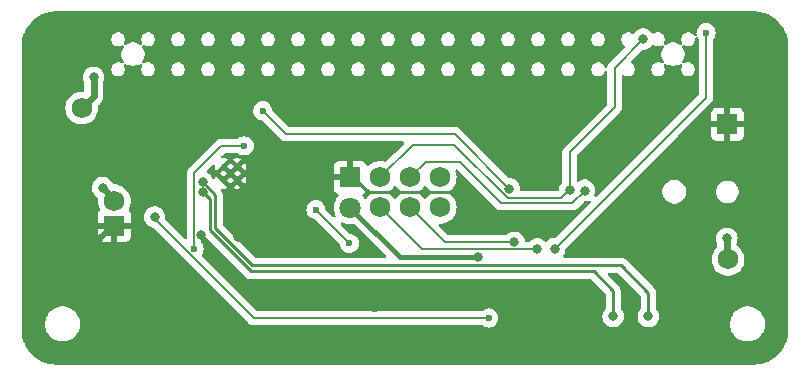
<source format=gbr>
%TF.GenerationSoftware,KiCad,Pcbnew,8.0.2*%
%TF.CreationDate,2024-05-13T09:46:36+08:00*%
%TF.ProjectId,Photon_Power_Zero_PCB_r1_01,50686f74-6f6e-45f5-906f-7765725f5a65,rev?*%
%TF.SameCoordinates,Original*%
%TF.FileFunction,Copper,L2,Bot*%
%TF.FilePolarity,Positive*%
%FSLAX46Y46*%
G04 Gerber Fmt 4.6, Leading zero omitted, Abs format (unit mm)*
G04 Created by KiCad (PCBNEW 8.0.2) date 2024-05-13 09:46:36*
%MOMM*%
%LPD*%
G01*
G04 APERTURE LIST*
%TA.AperFunction,SMDPad,CuDef*%
%ADD10C,1.750000*%
%TD*%
%TA.AperFunction,ComponentPad*%
%ADD11C,0.400000*%
%TD*%
%TA.AperFunction,SMDPad,CuDef*%
%ADD12R,1.800000X1.800000*%
%TD*%
%TA.AperFunction,SMDPad,CuDef*%
%ADD13C,1.800000*%
%TD*%
%TA.AperFunction,ViaPad*%
%ADD14C,0.800000*%
%TD*%
%TA.AperFunction,ViaPad*%
%ADD15C,0.600000*%
%TD*%
%TA.AperFunction,Conductor*%
%ADD16C,0.250000*%
%TD*%
%TA.AperFunction,Conductor*%
%ADD17C,0.200000*%
%TD*%
%TA.AperFunction,Conductor*%
%ADD18C,0.600000*%
%TD*%
%TA.AperFunction,Conductor*%
%ADD19C,0.500000*%
%TD*%
%TA.AperFunction,Conductor*%
%ADD20C,0.400000*%
%TD*%
G04 APERTURE END LIST*
D10*
%TO.P,,1*%
%TO.N,N/C*%
X166890000Y-90560000D03*
%TD*%
%TO.P,,1*%
%TO.N,N/C*%
X164350000Y-93100000D03*
%TD*%
%TO.P,,1*%
%TO.N,N/C*%
X166890000Y-93100000D03*
%TD*%
%TO.P,,1*%
%TO.N,VccBattery*%
X139300000Y-92530000D03*
%TD*%
%TO.P,,1*%
%TO.N,N/C*%
X161810000Y-93100000D03*
%TD*%
%TO.P,,1*%
%TO.N,N/C*%
X164350000Y-90560000D03*
%TD*%
%TO.P,,1*%
%TO.N,N/C*%
X161810000Y-90560000D03*
%TD*%
D11*
%TO.P,U3,18*%
%TO.N,GND*%
X149135000Y-90210000D03*
%TO.P,U3,19*%
X149715000Y-90790000D03*
%TO.P,U3,20*%
X148555000Y-90790000D03*
%TO.P,U3,21*%
X149715000Y-89630000D03*
%TO.P,U3,22*%
X148555000Y-89630000D03*
%TD*%
D10*
%TO.P,,1*%
%TO.N,5v2RPi*%
X136550000Y-84685000D03*
%TD*%
D12*
%TO.P,,1*%
%TO.N,GND*%
X139290000Y-94630000D03*
%TD*%
D10*
%TO.P,,1*%
%TO.N,VccSolar*%
X191260000Y-97500000D03*
%TD*%
D12*
%TO.P,REF\u002A\u002A,1*%
%TO.N,GND*%
X191210000Y-86070000D03*
%TD*%
%TO.P,REF\u002A\u002A,1*%
%TO.N,GND*%
X159270000Y-90560000D03*
%TD*%
D13*
%TO.P,REF\u002A\u002A,1*%
%TO.N,3v_to_ATtiny*%
X159280000Y-93110000D03*
%TD*%
D14*
%TO.N,*%
X146769500Y-90980000D03*
D15*
X171000000Y-102460000D03*
D14*
X184080000Y-78830000D03*
X173150000Y-96050000D03*
X142710000Y-93910000D03*
X179105000Y-91670000D03*
D15*
X146042500Y-96610000D03*
D14*
X184510000Y-102320000D03*
X176580000Y-96590000D03*
D15*
X150304878Y-87884878D03*
D14*
X172745000Y-91520000D03*
X181540000Y-102310000D03*
D15*
X151870000Y-84920000D03*
D14*
X146769500Y-91822027D03*
X175120000Y-96620000D03*
X177835000Y-91640000D03*
D15*
X189400000Y-78310000D03*
D14*
%TO.N,5v2RPi*%
X137540000Y-82090000D03*
D15*
%TO.N,GND*%
X178990000Y-77570000D03*
D14*
X149800000Y-95570000D03*
X170050000Y-101330000D03*
X156690000Y-96000000D03*
X176260000Y-104520000D03*
X154812000Y-89770000D03*
X179030000Y-104460000D03*
D15*
X168840000Y-82870000D03*
D14*
X154849500Y-88290000D03*
X152120000Y-94120000D03*
X145880000Y-84850000D03*
D15*
X153790000Y-77400000D03*
X144210000Y-99540000D03*
D14*
X137940000Y-95890000D03*
D15*
X151910000Y-86740000D03*
X161370000Y-101710000D03*
D14*
X150980000Y-82840000D03*
X183850000Y-87820000D03*
X133220498Y-78770000D03*
X132870000Y-84270000D03*
X143420000Y-77580000D03*
X189150000Y-86050000D03*
D15*
X161360000Y-77600000D03*
D14*
X170685000Y-93140000D03*
D15*
X173910000Y-77610000D03*
D14*
X146659500Y-95470000D03*
X143650000Y-90950000D03*
%TO.N,VccSolar*%
X191160000Y-95710000D03*
%TO.N,VccBattery*%
X138310000Y-91430000D03*
D15*
%TO.N,VccBQ*%
X159190000Y-96140000D03*
X156370000Y-93300000D03*
D14*
%TO.N,3v_to_ATtiny*%
X170070000Y-97320000D03*
%TD*%
D16*
%TO.N,*%
X150990000Y-97980000D02*
X182160000Y-97980000D01*
D17*
X172745000Y-91520000D02*
X168115000Y-86890000D01*
X177835000Y-91640000D02*
X177830000Y-91640000D01*
D16*
X147360000Y-92412527D02*
X147360000Y-95040000D01*
D17*
X164580000Y-87790000D02*
X161810000Y-90560000D01*
X177835000Y-88445000D02*
X177835000Y-91640000D01*
X146042500Y-96610000D02*
X146060000Y-96592500D01*
D16*
X146769500Y-91822027D02*
X147360000Y-92412527D01*
D17*
X178080000Y-92710000D02*
X172040000Y-92710000D01*
X172040000Y-92710000D02*
X168580000Y-89250000D01*
X153850000Y-86900000D02*
X151870000Y-84920000D01*
X151100000Y-102460000D02*
X171000000Y-102460000D01*
D16*
X150840000Y-98520000D02*
X179882500Y-98520000D01*
D17*
X189380000Y-78330000D02*
X189400000Y-78310000D01*
X167300000Y-96050000D02*
X164350000Y-93100000D01*
D16*
X147840000Y-92050500D02*
X147840000Y-94830000D01*
D17*
X168580000Y-89250000D02*
X165660000Y-89250000D01*
D16*
X181540000Y-100177500D02*
X181540000Y-102310000D01*
D17*
X168105000Y-86900000D02*
X153850000Y-86900000D01*
X142710000Y-94070000D02*
X151100000Y-102460000D01*
X146060000Y-96592500D02*
X146060000Y-90180000D01*
D16*
X147840000Y-94830000D02*
X150990000Y-97980000D01*
D17*
X179105000Y-91685000D02*
X178080000Y-92710000D01*
X173150000Y-96050000D02*
X167300000Y-96050000D01*
X179105000Y-91670000D02*
X179105000Y-91685000D01*
X179105000Y-91670000D02*
X179105000Y-91305000D01*
X189380000Y-83790000D02*
X189380000Y-78330000D01*
X184080000Y-78830000D02*
X181650000Y-81260000D01*
X148355122Y-87884878D02*
X150304878Y-87884878D01*
X175120000Y-96620000D02*
X165330000Y-96620000D01*
X172610000Y-92320000D02*
X168080000Y-87790000D01*
X181650000Y-84630000D02*
X177835000Y-88445000D01*
X168115000Y-86890000D02*
X168105000Y-86900000D01*
X142710000Y-93910000D02*
X142710000Y-94070000D01*
D16*
X147360000Y-95040000D02*
X150840000Y-98520000D01*
D17*
X168080000Y-87790000D02*
X164580000Y-87790000D01*
X165330000Y-96620000D02*
X161810000Y-93100000D01*
X164350000Y-90560000D02*
X165660000Y-89250000D01*
X177830000Y-91640000D02*
X177150000Y-92320000D01*
D16*
X146769500Y-90980000D02*
X147840000Y-92050500D01*
D17*
X177835000Y-91640000D02*
X177835000Y-91625000D01*
D16*
X179882500Y-98520000D02*
X181540000Y-100177500D01*
X184510000Y-100330000D02*
X184510000Y-102320000D01*
D17*
X146060000Y-90180000D02*
X148355122Y-87884878D01*
X177150000Y-92320000D02*
X172610000Y-92320000D01*
D16*
X182160000Y-97980000D02*
X184510000Y-100330000D01*
D17*
X181650000Y-81260000D02*
X181650000Y-84630000D01*
X176580000Y-96590000D02*
X189380000Y-83790000D01*
D18*
%TO.N,5v2RPi*%
X137540000Y-83695000D02*
X136550000Y-84685000D01*
X137540000Y-82090000D02*
X137540000Y-83695000D01*
D19*
%TO.N,GND*%
X189150000Y-86050000D02*
X191190000Y-86050000D01*
D16*
X159490000Y-90560000D02*
X160740000Y-91810000D01*
X159270000Y-90560000D02*
X159490000Y-90560000D01*
X149715000Y-90790000D02*
X149135000Y-90210000D01*
D17*
X139290000Y-94630000D02*
X139200000Y-94630000D01*
D16*
X148555000Y-89630000D02*
X149135000Y-90210000D01*
X169355000Y-91810000D02*
X170685000Y-93140000D01*
X160740000Y-91810000D02*
X169355000Y-91810000D01*
D19*
X191190000Y-86050000D02*
X191210000Y-86070000D01*
X139200000Y-94630000D02*
X137940000Y-95890000D01*
D16*
X149135000Y-90210000D02*
X149715000Y-89630000D01*
X149135000Y-90210000D02*
X148555000Y-90790000D01*
D18*
%TO.N,VccSolar*%
X191160000Y-97400000D02*
X191260000Y-97500000D01*
X191160000Y-95710000D02*
X191160000Y-97400000D01*
D19*
%TO.N,VccBattery*%
X138310000Y-91430000D02*
X139300000Y-92420000D01*
D17*
X139300000Y-92420000D02*
X139300000Y-92530000D01*
%TO.N,VccBQ*%
X159190000Y-96120000D02*
X159190000Y-96140000D01*
X156370000Y-93300000D02*
X159190000Y-96120000D01*
D20*
%TO.N,3v_to_ATtiny*%
X170070000Y-97320000D02*
X163490000Y-97320000D01*
X163490000Y-97320000D02*
X159280000Y-93110000D01*
%TD*%
%TA.AperFunction,Conductor*%
%TO.N,GND*%
G36*
X168331126Y-89882205D02*
G01*
X168382910Y-89913459D01*
X171666366Y-93196916D01*
X171666370Y-93196919D01*
X171666373Y-93196922D01*
X171666374Y-93196923D01*
X171666376Y-93196924D01*
X171725631Y-93231135D01*
X171805127Y-93277032D01*
X171882508Y-93297766D01*
X171959889Y-93318500D01*
X171959890Y-93318500D01*
X178160110Y-93318500D01*
X178160111Y-93318500D01*
X178237491Y-93297766D01*
X178314873Y-93277032D01*
X178453627Y-93196922D01*
X179035145Y-92615403D01*
X179097456Y-92581380D01*
X179124239Y-92578500D01*
X179200487Y-92578500D01*
X179387288Y-92538794D01*
X179457268Y-92507636D01*
X179527634Y-92498202D01*
X179591931Y-92528308D01*
X179629745Y-92588396D01*
X179629070Y-92659390D01*
X179597612Y-92711838D01*
X176664856Y-95644595D01*
X176602544Y-95678621D01*
X176575761Y-95681500D01*
X176484513Y-95681500D01*
X176297711Y-95721206D01*
X176123247Y-95798882D01*
X175968746Y-95911134D01*
X175930128Y-95954023D01*
X175869681Y-95991262D01*
X175798698Y-95989909D01*
X175742855Y-95954019D01*
X175731254Y-95941135D01*
X175689961Y-95911134D01*
X175576752Y-95828882D01*
X175402288Y-95751206D01*
X175215487Y-95711500D01*
X175024513Y-95711500D01*
X174837711Y-95751206D01*
X174663247Y-95828882D01*
X174508744Y-95941135D01*
X174482926Y-95969810D01*
X174422480Y-96007050D01*
X174389290Y-96011500D01*
X174172908Y-96011500D01*
X174104787Y-95991498D01*
X174058294Y-95937842D01*
X174047599Y-95898675D01*
X174043542Y-95860072D01*
X173984527Y-95678444D01*
X173889040Y-95513056D01*
X173889038Y-95513054D01*
X173889034Y-95513048D01*
X173761255Y-95371135D01*
X173606752Y-95258882D01*
X173432288Y-95181206D01*
X173245487Y-95141500D01*
X173054513Y-95141500D01*
X172867711Y-95181206D01*
X172693247Y-95258882D01*
X172538744Y-95371135D01*
X172512926Y-95399810D01*
X172452480Y-95437050D01*
X172419290Y-95441500D01*
X167604239Y-95441500D01*
X167536118Y-95421498D01*
X167515144Y-95404595D01*
X166809144Y-94698595D01*
X166775118Y-94636283D01*
X166780183Y-94565468D01*
X166822730Y-94508632D01*
X166889250Y-94483821D01*
X166898239Y-94483500D01*
X167004636Y-94483500D01*
X167004640Y-94483500D01*
X167230793Y-94445762D01*
X167447650Y-94371315D01*
X167649296Y-94262190D01*
X167830231Y-94121363D01*
X167985518Y-93952676D01*
X168110922Y-93760730D01*
X168203023Y-93550761D01*
X168259308Y-93328497D01*
X168278242Y-93100000D01*
X168259308Y-92871503D01*
X168223994Y-92732050D01*
X168203024Y-92649242D01*
X168203021Y-92649235D01*
X168186829Y-92612322D01*
X168110922Y-92439270D01*
X167985518Y-92247324D01*
X167830785Y-92079239D01*
X167830233Y-92078639D01*
X167830232Y-92078638D01*
X167830231Y-92078637D01*
X167649296Y-91937810D01*
X167649294Y-91937808D01*
X167649289Y-91937805D01*
X167645735Y-91935483D01*
X167599646Y-91881479D01*
X167590071Y-91811132D01*
X167620048Y-91746774D01*
X167645735Y-91724517D01*
X167649289Y-91722194D01*
X167649289Y-91722193D01*
X167649296Y-91722190D01*
X167830231Y-91581363D01*
X167985518Y-91412676D01*
X168110922Y-91220730D01*
X168203023Y-91010761D01*
X168259308Y-90788497D01*
X168278242Y-90560000D01*
X168259308Y-90331503D01*
X168251618Y-90301134D01*
X168203024Y-90109242D01*
X168203021Y-90109235D01*
X168178428Y-90053168D01*
X168169381Y-89982750D01*
X168199841Y-89918620D01*
X168260137Y-89881138D01*
X168331126Y-89882205D01*
G37*
%TD.AperFunction*%
%TA.AperFunction,Conductor*%
G36*
X163163225Y-91281377D02*
G01*
X163185478Y-91307057D01*
X163225170Y-91367810D01*
X163254482Y-91412676D01*
X163404431Y-91575565D01*
X163409769Y-91581363D01*
X163590704Y-91722190D01*
X163590706Y-91722191D01*
X163590710Y-91722194D01*
X163594265Y-91724517D01*
X163640354Y-91778521D01*
X163649929Y-91848868D01*
X163619952Y-91913226D01*
X163594265Y-91935483D01*
X163590710Y-91937805D01*
X163409766Y-92078639D01*
X163254481Y-92247324D01*
X163185483Y-92352935D01*
X163131479Y-92399023D01*
X163061131Y-92408598D01*
X162996774Y-92378621D01*
X162974517Y-92352935D01*
X162905518Y-92247324D01*
X162750233Y-92078639D01*
X162750232Y-92078638D01*
X162750231Y-92078637D01*
X162569296Y-91937810D01*
X162569294Y-91937808D01*
X162569289Y-91937805D01*
X162565735Y-91935483D01*
X162519646Y-91881479D01*
X162510071Y-91811132D01*
X162540048Y-91746774D01*
X162565735Y-91724517D01*
X162569289Y-91722194D01*
X162569289Y-91722193D01*
X162569296Y-91722190D01*
X162750231Y-91581363D01*
X162905518Y-91412676D01*
X162974519Y-91307061D01*
X163028520Y-91260976D01*
X163098868Y-91251400D01*
X163163225Y-91281377D01*
G37*
%TD.AperFunction*%
%TA.AperFunction,Conductor*%
G36*
X165703225Y-91281377D02*
G01*
X165725478Y-91307057D01*
X165765170Y-91367810D01*
X165794482Y-91412676D01*
X165944431Y-91575565D01*
X165949769Y-91581363D01*
X166130704Y-91722190D01*
X166130706Y-91722191D01*
X166130710Y-91722194D01*
X166134265Y-91724517D01*
X166180354Y-91778521D01*
X166189929Y-91848868D01*
X166159952Y-91913226D01*
X166134265Y-91935483D01*
X166130710Y-91937805D01*
X165949766Y-92078639D01*
X165794481Y-92247324D01*
X165725483Y-92352935D01*
X165671479Y-92399023D01*
X165601131Y-92408598D01*
X165536774Y-92378621D01*
X165514517Y-92352935D01*
X165445518Y-92247324D01*
X165290233Y-92078639D01*
X165290232Y-92078638D01*
X165290231Y-92078637D01*
X165109296Y-91937810D01*
X165109294Y-91937808D01*
X165109289Y-91937805D01*
X165105735Y-91935483D01*
X165059646Y-91881479D01*
X165050071Y-91811132D01*
X165080048Y-91746774D01*
X165105735Y-91724517D01*
X165109289Y-91722194D01*
X165109289Y-91722193D01*
X165109296Y-91722190D01*
X165290231Y-91581363D01*
X165445518Y-91412676D01*
X165514519Y-91307061D01*
X165568520Y-91260976D01*
X165638868Y-91251400D01*
X165703225Y-91281377D01*
G37*
%TD.AperFunction*%
%TA.AperFunction,Conductor*%
G36*
X160832115Y-91550315D02*
G01*
X160864431Y-91575565D01*
X160869765Y-91581359D01*
X160869769Y-91581363D01*
X161050704Y-91722190D01*
X161050706Y-91722191D01*
X161050710Y-91722194D01*
X161054265Y-91724517D01*
X161100354Y-91778521D01*
X161109929Y-91848868D01*
X161079952Y-91913226D01*
X161054265Y-91935483D01*
X161050710Y-91937805D01*
X160869766Y-92078639D01*
X160714479Y-92247327D01*
X160662147Y-92327428D01*
X160608143Y-92373517D01*
X160537796Y-92383092D01*
X160473438Y-92353115D01*
X160451181Y-92327428D01*
X160395316Y-92241920D01*
X160395315Y-92241919D01*
X160395314Y-92241917D01*
X160300382Y-92138794D01*
X160268962Y-92075129D01*
X160276949Y-92004584D01*
X160321808Y-91949555D01*
X160349052Y-91935401D01*
X160415965Y-91910444D01*
X160532904Y-91822904D01*
X160620444Y-91705965D01*
X160653674Y-91616871D01*
X160696220Y-91560035D01*
X160762741Y-91535224D01*
X160832115Y-91550315D01*
G37*
%TD.AperFunction*%
%TA.AperFunction,Conductor*%
G36*
X188650680Y-78658402D02*
G01*
X188688050Y-78696585D01*
X188752187Y-78798657D01*
X188771500Y-78865694D01*
X188771500Y-83485761D01*
X188751498Y-83553882D01*
X188734595Y-83574856D01*
X180152589Y-92156861D01*
X180090277Y-92190887D01*
X180019462Y-92185822D01*
X179962626Y-92143275D01*
X179937815Y-92076755D01*
X179943660Y-92028835D01*
X179998542Y-91859928D01*
X180018504Y-91670000D01*
X179998542Y-91480072D01*
X179939527Y-91298444D01*
X179844040Y-91133056D01*
X179844038Y-91133054D01*
X179844034Y-91133048D01*
X179716255Y-90991135D01*
X179656910Y-90948019D01*
X179561752Y-90878882D01*
X179561748Y-90878880D01*
X179561745Y-90878878D01*
X179542849Y-90870465D01*
X179505004Y-90844454D01*
X179478634Y-90818084D01*
X179478624Y-90818076D01*
X179339876Y-90737970D01*
X179339873Y-90737969D01*
X179339872Y-90737968D01*
X179339870Y-90737967D01*
X179339869Y-90737967D01*
X179298400Y-90726855D01*
X179185111Y-90696500D01*
X179024889Y-90696500D01*
X178941955Y-90718722D01*
X178870130Y-90737967D01*
X178870123Y-90737970D01*
X178731376Y-90818076D01*
X178731368Y-90818082D01*
X178704994Y-90844456D01*
X178667154Y-90870464D01*
X178648249Y-90878881D01*
X178648248Y-90878882D01*
X178643556Y-90882290D01*
X178576689Y-90906146D01*
X178507538Y-90890063D01*
X178458060Y-90839147D01*
X178443500Y-90780351D01*
X178443500Y-88749239D01*
X178463502Y-88681118D01*
X178480405Y-88660144D01*
X182136916Y-85003633D01*
X182136922Y-85003627D01*
X182217032Y-84864872D01*
X182228173Y-84823294D01*
X182243893Y-84764629D01*
X182250773Y-84738949D01*
X182258500Y-84710111D01*
X182258500Y-81977453D01*
X182278502Y-81909332D01*
X182332158Y-81862839D01*
X182402432Y-81852735D01*
X182447500Y-81868334D01*
X182564006Y-81935599D01*
X182712917Y-81975500D01*
X182712919Y-81975500D01*
X182867081Y-81975500D01*
X182867083Y-81975500D01*
X183015994Y-81935599D01*
X183149505Y-81858516D01*
X183258516Y-81749505D01*
X183335599Y-81615994D01*
X183375500Y-81467083D01*
X183375500Y-81312917D01*
X183335599Y-81164006D01*
X183258516Y-81030495D01*
X183258514Y-81030493D01*
X183258510Y-81030488D01*
X183149511Y-80921489D01*
X183149504Y-80921483D01*
X183101238Y-80893617D01*
X183052245Y-80842234D01*
X183038810Y-80772520D01*
X183065197Y-80706609D01*
X183075127Y-80695420D01*
X183995146Y-79775402D01*
X184057456Y-79741379D01*
X184084239Y-79738500D01*
X184175487Y-79738500D01*
X184362288Y-79698794D01*
X184536752Y-79621118D01*
X184691253Y-79508866D01*
X184715261Y-79482203D01*
X184819032Y-79366953D01*
X184819032Y-79366952D01*
X184819040Y-79366944D01*
X184819045Y-79366934D01*
X184821894Y-79363014D01*
X184878114Y-79319657D01*
X184948850Y-79313577D01*
X184986835Y-79327950D01*
X185104006Y-79395599D01*
X185252917Y-79435500D01*
X185252919Y-79435500D01*
X185407081Y-79435500D01*
X185407083Y-79435500D01*
X185555994Y-79395599D01*
X185636291Y-79349238D01*
X185705286Y-79332501D01*
X185772378Y-79355721D01*
X185816265Y-79411528D01*
X185823014Y-79482203D01*
X185804056Y-79528360D01*
X185722230Y-79650821D01*
X185647566Y-79831076D01*
X185647564Y-79831081D01*
X185609500Y-80022441D01*
X185609500Y-80022444D01*
X185609500Y-80217556D01*
X185647564Y-80408918D01*
X185722230Y-80589178D01*
X185793207Y-80695402D01*
X185804056Y-80711639D01*
X185825271Y-80779392D01*
X185806488Y-80847859D01*
X185753671Y-80895302D01*
X185683588Y-80906659D01*
X185636292Y-80890761D01*
X185561983Y-80847859D01*
X185555994Y-80844401D01*
X185407083Y-80804500D01*
X185252917Y-80804500D01*
X185153643Y-80831100D01*
X185104005Y-80844401D01*
X184970498Y-80921481D01*
X184970488Y-80921489D01*
X184861489Y-81030488D01*
X184861481Y-81030498D01*
X184784401Y-81164005D01*
X184781029Y-81176589D01*
X184758732Y-81259805D01*
X184744500Y-81312918D01*
X184744500Y-81467081D01*
X184744499Y-81467081D01*
X184784401Y-81615994D01*
X184861481Y-81749501D01*
X184861489Y-81749511D01*
X184970488Y-81858510D01*
X184970493Y-81858514D01*
X184970495Y-81858516D01*
X184970496Y-81858517D01*
X184970498Y-81858518D01*
X184987500Y-81868334D01*
X185104006Y-81935599D01*
X185252917Y-81975500D01*
X185252919Y-81975500D01*
X185407081Y-81975500D01*
X185407083Y-81975500D01*
X185555994Y-81935599D01*
X185689505Y-81858516D01*
X185798516Y-81749505D01*
X185875599Y-81615994D01*
X185915500Y-81467083D01*
X185915500Y-81312917D01*
X185875599Y-81164006D01*
X185829239Y-81083708D01*
X185812501Y-81014712D01*
X185835722Y-80947621D01*
X185891529Y-80903734D01*
X185962204Y-80896985D01*
X186008358Y-80915942D01*
X186130822Y-80997770D01*
X186311082Y-81072436D01*
X186502444Y-81110500D01*
X186502445Y-81110500D01*
X186697555Y-81110500D01*
X186697556Y-81110500D01*
X186888918Y-81072436D01*
X187069178Y-80997770D01*
X187191642Y-80915941D01*
X187259391Y-80894728D01*
X187327858Y-80913511D01*
X187375302Y-80966328D01*
X187386659Y-81036410D01*
X187370761Y-81083707D01*
X187324402Y-81164005D01*
X187324401Y-81164006D01*
X187298732Y-81259805D01*
X187284500Y-81312918D01*
X187284500Y-81467081D01*
X187284499Y-81467081D01*
X187324401Y-81615994D01*
X187401481Y-81749501D01*
X187401489Y-81749511D01*
X187510488Y-81858510D01*
X187510493Y-81858514D01*
X187510495Y-81858516D01*
X187510496Y-81858517D01*
X187510498Y-81858518D01*
X187527500Y-81868334D01*
X187644006Y-81935599D01*
X187792917Y-81975500D01*
X187792919Y-81975500D01*
X187947081Y-81975500D01*
X187947083Y-81975500D01*
X188095994Y-81935599D01*
X188229505Y-81858516D01*
X188338516Y-81749505D01*
X188415599Y-81615994D01*
X188455500Y-81467083D01*
X188455500Y-81312917D01*
X188415599Y-81164006D01*
X188338516Y-81030495D01*
X188338514Y-81030493D01*
X188338510Y-81030488D01*
X188229511Y-80921489D01*
X188229501Y-80921481D01*
X188095994Y-80844401D01*
X188087907Y-80842234D01*
X187947083Y-80804500D01*
X187792917Y-80804500D01*
X187652093Y-80842234D01*
X187644006Y-80844401D01*
X187563707Y-80890761D01*
X187494711Y-80907498D01*
X187427620Y-80884277D01*
X187383733Y-80828469D01*
X187376985Y-80757794D01*
X187395941Y-80711643D01*
X187477770Y-80589178D01*
X187552436Y-80408918D01*
X187590500Y-80217556D01*
X187590500Y-80022444D01*
X187552436Y-79831082D01*
X187477770Y-79650822D01*
X187395942Y-79528358D01*
X187374728Y-79460607D01*
X187393511Y-79392140D01*
X187446328Y-79344697D01*
X187516410Y-79333340D01*
X187563708Y-79349239D01*
X187587567Y-79363014D01*
X187644006Y-79395599D01*
X187792917Y-79435500D01*
X187792919Y-79435500D01*
X187947081Y-79435500D01*
X187947083Y-79435500D01*
X188095994Y-79395599D01*
X188229505Y-79318516D01*
X188338516Y-79209505D01*
X188415599Y-79075994D01*
X188455500Y-78927083D01*
X188455500Y-78772917D01*
X188455500Y-78764658D01*
X188458855Y-78764658D01*
X188467349Y-78709985D01*
X188514447Y-78656860D01*
X188582790Y-78637630D01*
X188650680Y-78658402D01*
G37*
%TD.AperFunction*%
%TA.AperFunction,Conductor*%
G36*
X193413301Y-76490673D02*
G01*
X193712752Y-76506366D01*
X193725868Y-76507744D01*
X194018793Y-76554139D01*
X194031693Y-76556881D01*
X194318162Y-76633640D01*
X194330703Y-76637715D01*
X194607576Y-76743997D01*
X194619608Y-76749353D01*
X194883873Y-76884003D01*
X194895289Y-76890595D01*
X195144017Y-77052121D01*
X195154686Y-77059873D01*
X195385160Y-77246507D01*
X195394961Y-77255332D01*
X195604667Y-77465038D01*
X195613492Y-77474839D01*
X195800126Y-77705313D01*
X195807878Y-77715982D01*
X195969404Y-77964710D01*
X195975999Y-77976132D01*
X196110642Y-78240383D01*
X196116006Y-78252432D01*
X196222283Y-78529294D01*
X196226359Y-78541837D01*
X196303118Y-78828306D01*
X196305860Y-78841206D01*
X196352255Y-79134131D01*
X196353633Y-79147247D01*
X196369327Y-79446697D01*
X196369500Y-79453292D01*
X196369500Y-103446707D01*
X196369327Y-103453302D01*
X196353633Y-103752752D01*
X196352255Y-103765868D01*
X196305860Y-104058793D01*
X196303118Y-104071693D01*
X196226359Y-104358162D01*
X196222283Y-104370705D01*
X196116006Y-104647567D01*
X196110642Y-104659616D01*
X195975999Y-104923867D01*
X195969404Y-104935289D01*
X195807878Y-105184017D01*
X195800126Y-105194686D01*
X195613492Y-105425160D01*
X195604667Y-105434961D01*
X195394961Y-105644667D01*
X195385160Y-105653492D01*
X195154686Y-105840126D01*
X195144017Y-105847878D01*
X194895289Y-106009404D01*
X194883867Y-106015999D01*
X194619616Y-106150642D01*
X194607567Y-106156006D01*
X194330705Y-106262283D01*
X194318162Y-106266359D01*
X194031693Y-106343118D01*
X194018793Y-106345860D01*
X193725868Y-106392255D01*
X193712752Y-106393633D01*
X193428048Y-106408554D01*
X193413300Y-106409327D01*
X193406707Y-106409500D01*
X134413293Y-106409500D01*
X134406699Y-106409327D01*
X134391068Y-106408507D01*
X134107247Y-106393633D01*
X134094131Y-106392255D01*
X133801206Y-106345860D01*
X133788306Y-106343118D01*
X133501837Y-106266359D01*
X133489294Y-106262283D01*
X133212432Y-106156006D01*
X133200383Y-106150642D01*
X132936132Y-106015999D01*
X132924710Y-106009404D01*
X132675982Y-105847878D01*
X132665313Y-105840126D01*
X132434839Y-105653492D01*
X132425038Y-105644667D01*
X132215332Y-105434961D01*
X132206507Y-105425160D01*
X132019873Y-105194686D01*
X132012121Y-105184017D01*
X131850595Y-104935289D01*
X131844000Y-104923867D01*
X131709353Y-104659608D01*
X131703997Y-104647576D01*
X131597715Y-104370703D01*
X131593640Y-104358162D01*
X131516881Y-104071693D01*
X131514139Y-104058793D01*
X131467744Y-103765868D01*
X131466366Y-103752751D01*
X131450673Y-103453301D01*
X131450500Y-103446707D01*
X131450500Y-102833876D01*
X133434500Y-102833876D01*
X133434500Y-103066124D01*
X133464132Y-103253215D01*
X133470832Y-103295518D01*
X133521026Y-103450000D01*
X133542600Y-103516396D01*
X133648039Y-103723331D01*
X133784551Y-103911224D01*
X133784553Y-103911226D01*
X133784555Y-103911229D01*
X133948770Y-104075444D01*
X133948773Y-104075446D01*
X133948776Y-104075449D01*
X134136669Y-104211961D01*
X134343604Y-104317400D01*
X134564486Y-104389169D01*
X134793876Y-104425500D01*
X134793878Y-104425500D01*
X135026122Y-104425500D01*
X135026124Y-104425500D01*
X135255514Y-104389169D01*
X135476396Y-104317400D01*
X135683331Y-104211961D01*
X135871224Y-104075449D01*
X136035449Y-103911224D01*
X136171961Y-103723331D01*
X136277400Y-103516396D01*
X136349169Y-103295514D01*
X136385500Y-103066124D01*
X136385500Y-102833876D01*
X136349169Y-102604486D01*
X136277400Y-102383604D01*
X136171961Y-102176669D01*
X136035449Y-101988776D01*
X136035446Y-101988773D01*
X136035444Y-101988770D01*
X135871229Y-101824555D01*
X135871226Y-101824553D01*
X135871224Y-101824551D01*
X135729786Y-101721791D01*
X135683334Y-101688041D01*
X135683333Y-101688040D01*
X135683331Y-101688039D01*
X135476396Y-101582600D01*
X135476393Y-101582599D01*
X135476391Y-101582598D01*
X135255518Y-101510832D01*
X135255516Y-101510831D01*
X135255514Y-101510831D01*
X135026124Y-101474500D01*
X134793876Y-101474500D01*
X134564486Y-101510831D01*
X134564484Y-101510831D01*
X134564481Y-101510832D01*
X134343608Y-101582598D01*
X134343602Y-101582601D01*
X134136665Y-101688041D01*
X133948773Y-101824553D01*
X133948770Y-101824555D01*
X133784555Y-101988770D01*
X133784553Y-101988773D01*
X133648041Y-102176665D01*
X133542601Y-102383602D01*
X133542598Y-102383608D01*
X133470832Y-102604481D01*
X133470831Y-102604484D01*
X133470831Y-102604486D01*
X133434500Y-102833876D01*
X131450500Y-102833876D01*
X131450500Y-95578597D01*
X137882000Y-95578597D01*
X137888505Y-95639093D01*
X137939555Y-95775964D01*
X137939555Y-95775965D01*
X138027095Y-95892904D01*
X138144034Y-95980444D01*
X138280906Y-96031494D01*
X138341402Y-96037999D01*
X138341415Y-96038000D01*
X139036000Y-96038000D01*
X139544000Y-96038000D01*
X140238585Y-96038000D01*
X140238597Y-96037999D01*
X140299093Y-96031494D01*
X140435964Y-95980444D01*
X140435965Y-95980444D01*
X140552904Y-95892904D01*
X140640444Y-95775965D01*
X140640444Y-95775964D01*
X140691494Y-95639093D01*
X140697999Y-95578597D01*
X140698000Y-95578585D01*
X140698000Y-94884000D01*
X139544000Y-94884000D01*
X139544000Y-96038000D01*
X139036000Y-96038000D01*
X139036000Y-94884000D01*
X137882000Y-94884000D01*
X137882000Y-95578597D01*
X131450500Y-95578597D01*
X131450500Y-91430000D01*
X137396496Y-91430000D01*
X137416457Y-91619927D01*
X137444086Y-91704957D01*
X137475473Y-91801556D01*
X137475476Y-91801561D01*
X137570958Y-91966941D01*
X137570965Y-91966951D01*
X137698744Y-92108864D01*
X137698747Y-92108866D01*
X137853248Y-92221118D01*
X137853255Y-92221121D01*
X137858969Y-92224421D01*
X137858271Y-92225629D01*
X137906748Y-92266831D01*
X137927399Y-92334758D01*
X137926975Y-92346356D01*
X137911758Y-92530000D01*
X137928500Y-92732049D01*
X137930693Y-92758504D01*
X137986975Y-92980757D01*
X137986978Y-92980764D01*
X138079077Y-93190730D01*
X138080252Y-93192900D01*
X138080462Y-93193887D01*
X138081171Y-93195502D01*
X138080838Y-93195647D01*
X138095080Y-93262331D01*
X138070016Y-93328757D01*
X138044948Y-93353731D01*
X138027095Y-93367095D01*
X137939555Y-93484034D01*
X137939555Y-93484035D01*
X137888505Y-93620906D01*
X137882000Y-93681402D01*
X137882000Y-94376000D01*
X140698000Y-94376000D01*
X140698000Y-93910000D01*
X141796496Y-93910000D01*
X141816457Y-94099927D01*
X141831167Y-94145198D01*
X141875473Y-94281556D01*
X141875476Y-94281561D01*
X141970958Y-94446941D01*
X141970965Y-94446951D01*
X142098744Y-94588864D01*
X142098747Y-94588866D01*
X142253248Y-94701118D01*
X142427712Y-94778794D01*
X142556975Y-94806269D01*
X142619447Y-94839997D01*
X142619872Y-94840421D01*
X150726366Y-102946916D01*
X150726371Y-102946920D01*
X150726373Y-102946922D01*
X150816343Y-102998866D01*
X150865128Y-103027032D01*
X151019889Y-103068500D01*
X151019890Y-103068500D01*
X151180110Y-103068500D01*
X170414006Y-103068500D01*
X170482127Y-103088502D01*
X170492570Y-103095992D01*
X170492725Y-103096116D01*
X170646981Y-103193041D01*
X170646982Y-103193041D01*
X170646985Y-103193043D01*
X170818953Y-103253217D01*
X171000000Y-103273616D01*
X171181047Y-103253217D01*
X171353015Y-103193043D01*
X171507281Y-103096111D01*
X171636111Y-102967281D01*
X171733043Y-102813015D01*
X171793217Y-102641047D01*
X171813616Y-102460000D01*
X171793217Y-102278953D01*
X171733043Y-102106985D01*
X171733041Y-102106982D01*
X171733041Y-102106981D01*
X171636112Y-101952720D01*
X171636111Y-101952718D01*
X171507281Y-101823888D01*
X171507279Y-101823887D01*
X171353018Y-101726958D01*
X171353015Y-101726957D01*
X171181050Y-101666784D01*
X171181049Y-101666783D01*
X171181047Y-101666783D01*
X171000000Y-101646384D01*
X170818953Y-101666783D01*
X170818950Y-101666783D01*
X170818949Y-101666784D01*
X170646984Y-101726957D01*
X170646981Y-101726958D01*
X170492725Y-101823883D01*
X170492570Y-101824008D01*
X170492450Y-101824056D01*
X170486727Y-101827653D01*
X170486097Y-101826650D01*
X170426841Y-101850845D01*
X170414006Y-101851500D01*
X151404239Y-101851500D01*
X151336118Y-101831498D01*
X151315144Y-101814595D01*
X146726208Y-97225659D01*
X146692182Y-97163347D01*
X146697247Y-97092532D01*
X146708612Y-97069533D01*
X146775543Y-96963015D01*
X146835717Y-96791047D01*
X146856116Y-96610000D01*
X146835717Y-96428953D01*
X146775543Y-96256985D01*
X146775541Y-96256982D01*
X146775541Y-96256981D01*
X146687813Y-96117362D01*
X146668500Y-96050326D01*
X146668500Y-95548594D01*
X146688502Y-95480473D01*
X146742158Y-95433980D01*
X146812432Y-95423876D01*
X146877012Y-95453370D01*
X146883595Y-95459499D01*
X150436167Y-99012071D01*
X150539925Y-99081400D01*
X150655215Y-99129155D01*
X150777606Y-99153500D01*
X150902394Y-99153500D01*
X179567906Y-99153500D01*
X179636027Y-99173502D01*
X179657001Y-99190405D01*
X180869595Y-100402999D01*
X180903621Y-100465311D01*
X180906500Y-100492094D01*
X180906500Y-101607474D01*
X180886498Y-101675595D01*
X180874137Y-101691784D01*
X180800957Y-101773059D01*
X180705476Y-101938438D01*
X180705473Y-101938444D01*
X180690999Y-101982986D01*
X180646457Y-102120072D01*
X180626496Y-102310000D01*
X180646457Y-102499927D01*
X180649707Y-102509928D01*
X180705473Y-102681556D01*
X180705476Y-102681561D01*
X180800958Y-102846941D01*
X180800965Y-102846951D01*
X180928744Y-102988864D01*
X180928747Y-102988866D01*
X181083248Y-103101118D01*
X181257712Y-103178794D01*
X181444513Y-103218500D01*
X181635487Y-103218500D01*
X181822288Y-103178794D01*
X181996752Y-103101118D01*
X182151253Y-102988866D01*
X182279040Y-102846944D01*
X182374527Y-102681556D01*
X182433542Y-102499928D01*
X182453504Y-102310000D01*
X182433542Y-102120072D01*
X182374527Y-101938444D01*
X182279040Y-101773056D01*
X182205863Y-101691784D01*
X182175146Y-101627776D01*
X182173500Y-101607474D01*
X182173500Y-100115107D01*
X182173499Y-100115103D01*
X182149155Y-99992715D01*
X182101400Y-99877425D01*
X182032071Y-99773667D01*
X181943833Y-99685429D01*
X181086999Y-98828595D01*
X181052973Y-98766283D01*
X181058038Y-98695468D01*
X181100585Y-98638632D01*
X181167105Y-98613821D01*
X181176094Y-98613500D01*
X181845406Y-98613500D01*
X181913527Y-98633502D01*
X181934501Y-98650405D01*
X183839595Y-100555499D01*
X183873621Y-100617811D01*
X183876500Y-100644594D01*
X183876500Y-101617474D01*
X183856498Y-101685595D01*
X183844137Y-101701784D01*
X183770957Y-101783059D01*
X183675476Y-101948438D01*
X183675473Y-101948444D01*
X183674084Y-101952719D01*
X183616457Y-102130072D01*
X183596496Y-102320000D01*
X183616457Y-102509927D01*
X183646526Y-102602470D01*
X183675473Y-102691556D01*
X183675476Y-102691561D01*
X183770958Y-102856941D01*
X183770965Y-102856951D01*
X183898744Y-102998864D01*
X183898747Y-102998866D01*
X184053248Y-103111118D01*
X184227712Y-103188794D01*
X184414513Y-103228500D01*
X184605487Y-103228500D01*
X184792288Y-103188794D01*
X184966752Y-103111118D01*
X185121253Y-102998866D01*
X185249040Y-102856944D01*
X185262358Y-102833876D01*
X191434500Y-102833876D01*
X191434500Y-103066124D01*
X191464132Y-103253215D01*
X191470832Y-103295518D01*
X191521026Y-103450000D01*
X191542600Y-103516396D01*
X191648039Y-103723331D01*
X191784551Y-103911224D01*
X191784553Y-103911226D01*
X191784555Y-103911229D01*
X191948770Y-104075444D01*
X191948773Y-104075446D01*
X191948776Y-104075449D01*
X192136669Y-104211961D01*
X192343604Y-104317400D01*
X192564486Y-104389169D01*
X192793876Y-104425500D01*
X192793878Y-104425500D01*
X193026122Y-104425500D01*
X193026124Y-104425500D01*
X193255514Y-104389169D01*
X193476396Y-104317400D01*
X193683331Y-104211961D01*
X193871224Y-104075449D01*
X194035449Y-103911224D01*
X194171961Y-103723331D01*
X194277400Y-103516396D01*
X194349169Y-103295514D01*
X194385500Y-103066124D01*
X194385500Y-102833876D01*
X194349169Y-102604486D01*
X194277400Y-102383604D01*
X194171961Y-102176669D01*
X194035449Y-101988776D01*
X194035446Y-101988773D01*
X194035444Y-101988770D01*
X193871229Y-101824555D01*
X193871226Y-101824553D01*
X193871224Y-101824551D01*
X193729786Y-101721791D01*
X193683334Y-101688041D01*
X193683333Y-101688040D01*
X193683331Y-101688039D01*
X193476396Y-101582600D01*
X193476393Y-101582599D01*
X193476391Y-101582598D01*
X193255518Y-101510832D01*
X193255516Y-101510831D01*
X193255514Y-101510831D01*
X193026124Y-101474500D01*
X192793876Y-101474500D01*
X192564486Y-101510831D01*
X192564484Y-101510831D01*
X192564481Y-101510832D01*
X192343608Y-101582598D01*
X192343602Y-101582601D01*
X192136665Y-101688041D01*
X191948773Y-101824553D01*
X191948770Y-101824555D01*
X191784555Y-101988770D01*
X191784553Y-101988773D01*
X191648041Y-102176665D01*
X191542601Y-102383602D01*
X191542598Y-102383608D01*
X191470832Y-102604481D01*
X191470831Y-102604484D01*
X191470831Y-102604486D01*
X191434500Y-102833876D01*
X185262358Y-102833876D01*
X185344527Y-102691556D01*
X185403542Y-102509928D01*
X185423504Y-102320000D01*
X185403542Y-102130072D01*
X185344527Y-101948444D01*
X185249040Y-101783056D01*
X185175863Y-101701784D01*
X185145146Y-101637776D01*
X185143500Y-101617474D01*
X185143500Y-100267607D01*
X185143499Y-100267603D01*
X185119155Y-100145215D01*
X185071400Y-100029925D01*
X185002071Y-99926167D01*
X184913833Y-99837929D01*
X182575904Y-97500000D01*
X189871758Y-97500000D01*
X189890693Y-97728504D01*
X189946975Y-97950757D01*
X189946978Y-97950764D01*
X190039073Y-98160720D01*
X190039075Y-98160724D01*
X190039078Y-98160730D01*
X190164482Y-98352676D01*
X190319769Y-98521363D01*
X190500704Y-98662190D01*
X190702350Y-98771315D01*
X190702351Y-98771315D01*
X190702352Y-98771316D01*
X190816208Y-98810402D01*
X190919207Y-98845762D01*
X191145360Y-98883500D01*
X191145364Y-98883500D01*
X191374636Y-98883500D01*
X191374640Y-98883500D01*
X191600793Y-98845762D01*
X191817650Y-98771315D01*
X192019296Y-98662190D01*
X192200231Y-98521363D01*
X192355518Y-98352676D01*
X192480922Y-98160730D01*
X192573023Y-97950761D01*
X192629308Y-97728497D01*
X192648242Y-97500000D01*
X192629308Y-97271503D01*
X192598767Y-97150899D01*
X192573024Y-97049242D01*
X192573021Y-97049235D01*
X192480926Y-96839279D01*
X192480925Y-96839278D01*
X192480922Y-96839270D01*
X192355518Y-96647324D01*
X192200231Y-96478637D01*
X192019296Y-96337810D01*
X192019295Y-96337809D01*
X192017109Y-96336108D01*
X191975638Y-96278483D01*
X191968500Y-96236676D01*
X191968500Y-96160397D01*
X191985381Y-96097397D01*
X191988146Y-96092608D01*
X191994527Y-96081556D01*
X192053542Y-95899928D01*
X192073504Y-95710000D01*
X192053542Y-95520072D01*
X191994527Y-95338444D01*
X191899040Y-95173056D01*
X191899038Y-95173054D01*
X191899034Y-95173048D01*
X191771255Y-95031135D01*
X191616752Y-94918882D01*
X191442288Y-94841206D01*
X191255487Y-94801500D01*
X191064513Y-94801500D01*
X190877711Y-94841206D01*
X190703247Y-94918882D01*
X190548744Y-95031135D01*
X190420965Y-95173048D01*
X190420958Y-95173058D01*
X190325476Y-95338438D01*
X190325473Y-95338444D01*
X190322763Y-95346784D01*
X190266457Y-95520072D01*
X190246496Y-95710000D01*
X190266457Y-95899927D01*
X190325472Y-96081554D01*
X190325475Y-96081559D01*
X190334619Y-96097397D01*
X190351500Y-96160397D01*
X190351500Y-96395002D01*
X190331498Y-96463123D01*
X190318201Y-96480339D01*
X190164481Y-96647323D01*
X190039080Y-96839267D01*
X190039073Y-96839279D01*
X189946978Y-97049235D01*
X189946975Y-97049242D01*
X189890693Y-97271495D01*
X189890692Y-97271501D01*
X189890692Y-97271503D01*
X189872758Y-97487929D01*
X189871758Y-97500000D01*
X182575904Y-97500000D01*
X182563833Y-97487929D01*
X182460075Y-97418600D01*
X182344785Y-97370845D01*
X182271086Y-97356185D01*
X182222396Y-97346500D01*
X182222394Y-97346500D01*
X177404352Y-97346500D01*
X177336231Y-97326498D01*
X177289738Y-97272842D01*
X177279634Y-97202568D01*
X177309128Y-97137988D01*
X177310714Y-97136191D01*
X177315023Y-97131405D01*
X177319040Y-97126944D01*
X177414527Y-96961556D01*
X177473542Y-96779928D01*
X177493504Y-96590000D01*
X177493504Y-96589998D01*
X177493504Y-96589234D01*
X177493629Y-96588807D01*
X177494194Y-96583433D01*
X177495176Y-96583536D01*
X177513506Y-96521113D01*
X177530409Y-96500139D01*
X182359093Y-91671455D01*
X185699500Y-91671455D01*
X185699500Y-91868544D01*
X185737949Y-92061835D01*
X185737950Y-92061838D01*
X185771682Y-92143275D01*
X185813368Y-92243914D01*
X185922861Y-92407782D01*
X186062218Y-92547139D01*
X186226086Y-92656632D01*
X186408165Y-92732051D01*
X186601459Y-92770500D01*
X186798541Y-92770500D01*
X186991835Y-92732051D01*
X187173914Y-92656632D01*
X187337782Y-92547139D01*
X187477139Y-92407782D01*
X187586632Y-92243914D01*
X187662051Y-92061835D01*
X187700500Y-91868541D01*
X187700500Y-91676381D01*
X190249500Y-91676381D01*
X190249500Y-91863618D01*
X190277540Y-92004584D01*
X190286027Y-92047251D01*
X190357678Y-92220231D01*
X190461698Y-92375908D01*
X190594092Y-92508302D01*
X190749769Y-92612322D01*
X190922749Y-92683973D01*
X191106384Y-92720500D01*
X191106385Y-92720500D01*
X191293615Y-92720500D01*
X191293616Y-92720500D01*
X191477251Y-92683973D01*
X191650231Y-92612322D01*
X191805908Y-92508302D01*
X191938302Y-92375908D01*
X192042322Y-92220231D01*
X192113973Y-92047251D01*
X192150500Y-91863616D01*
X192150500Y-91676384D01*
X192113973Y-91492749D01*
X192042322Y-91319769D01*
X191938302Y-91164092D01*
X191805908Y-91031698D01*
X191650231Y-90927678D01*
X191477251Y-90856027D01*
X191293618Y-90819500D01*
X191293616Y-90819500D01*
X191106384Y-90819500D01*
X191106381Y-90819500D01*
X190922748Y-90856027D01*
X190922743Y-90856029D01*
X190749769Y-90927678D01*
X190594096Y-91031695D01*
X190594089Y-91031700D01*
X190461700Y-91164089D01*
X190461695Y-91164096D01*
X190357678Y-91319769D01*
X190286029Y-91492743D01*
X190286027Y-91492748D01*
X190249500Y-91676381D01*
X187700500Y-91676381D01*
X187700500Y-91671459D01*
X187662051Y-91478165D01*
X187586632Y-91296086D01*
X187477139Y-91132218D01*
X187337782Y-90992861D01*
X187173914Y-90883368D01*
X187119835Y-90860968D01*
X186991838Y-90807950D01*
X186991835Y-90807949D01*
X186798544Y-90769500D01*
X186798541Y-90769500D01*
X186601459Y-90769500D01*
X186601455Y-90769500D01*
X186408164Y-90807949D01*
X186408161Y-90807950D01*
X186226085Y-90883368D01*
X186062222Y-90992858D01*
X186062215Y-90992863D01*
X185922863Y-91132215D01*
X185922858Y-91132222D01*
X185813368Y-91296085D01*
X185737950Y-91478161D01*
X185737949Y-91478164D01*
X185699500Y-91671455D01*
X182359093Y-91671455D01*
X187011952Y-87018597D01*
X189802000Y-87018597D01*
X189808505Y-87079093D01*
X189859555Y-87215964D01*
X189859555Y-87215965D01*
X189947095Y-87332904D01*
X190064034Y-87420444D01*
X190200906Y-87471494D01*
X190261402Y-87477999D01*
X190261415Y-87478000D01*
X190956000Y-87478000D01*
X191464000Y-87478000D01*
X192158585Y-87478000D01*
X192158597Y-87477999D01*
X192219093Y-87471494D01*
X192355964Y-87420444D01*
X192355965Y-87420444D01*
X192472904Y-87332904D01*
X192560444Y-87215965D01*
X192560444Y-87215964D01*
X192611494Y-87079093D01*
X192617999Y-87018597D01*
X192618000Y-87018585D01*
X192618000Y-86324000D01*
X191464000Y-86324000D01*
X191464000Y-87478000D01*
X190956000Y-87478000D01*
X190956000Y-86324000D01*
X189802000Y-86324000D01*
X189802000Y-87018597D01*
X187011952Y-87018597D01*
X188909147Y-85121402D01*
X189802000Y-85121402D01*
X189802000Y-85816000D01*
X190956000Y-85816000D01*
X191464000Y-85816000D01*
X192618000Y-85816000D01*
X192618000Y-85121414D01*
X192617999Y-85121402D01*
X192611494Y-85060906D01*
X192560444Y-84924035D01*
X192560444Y-84924034D01*
X192472904Y-84807095D01*
X192355965Y-84719555D01*
X192219093Y-84668505D01*
X192158597Y-84662000D01*
X191464000Y-84662000D01*
X191464000Y-85816000D01*
X190956000Y-85816000D01*
X190956000Y-84662000D01*
X190261402Y-84662000D01*
X190200906Y-84668505D01*
X190064035Y-84719555D01*
X190064034Y-84719555D01*
X189947095Y-84807095D01*
X189859555Y-84924034D01*
X189859555Y-84924035D01*
X189808505Y-85060906D01*
X189802000Y-85121402D01*
X188909147Y-85121402D01*
X189866916Y-84163633D01*
X189866916Y-84163632D01*
X189866922Y-84163627D01*
X189947032Y-84024872D01*
X189988500Y-83870110D01*
X189988500Y-83709889D01*
X189988500Y-78917082D01*
X190008502Y-78848961D01*
X190025402Y-78827989D01*
X190036111Y-78817281D01*
X190047814Y-78798657D01*
X190133041Y-78663018D01*
X190133040Y-78663018D01*
X190133043Y-78663015D01*
X190193217Y-78491047D01*
X190213616Y-78310000D01*
X190193217Y-78128953D01*
X190133043Y-77956985D01*
X190133041Y-77956982D01*
X190133041Y-77956981D01*
X190036112Y-77802720D01*
X190036111Y-77802718D01*
X189907281Y-77673888D01*
X189907279Y-77673887D01*
X189753018Y-77576958D01*
X189753015Y-77576957D01*
X189581050Y-77516784D01*
X189581049Y-77516783D01*
X189581047Y-77516783D01*
X189400000Y-77496384D01*
X189218953Y-77516783D01*
X189218950Y-77516783D01*
X189218949Y-77516784D01*
X189046984Y-77576957D01*
X189046981Y-77576958D01*
X188892720Y-77673887D01*
X188892718Y-77673888D01*
X188763888Y-77802718D01*
X188763887Y-77802720D01*
X188666958Y-77956981D01*
X188666957Y-77956984D01*
X188647289Y-78013194D01*
X188606783Y-78128953D01*
X188592870Y-78252432D01*
X188586384Y-78310000D01*
X188604141Y-78467598D01*
X188591891Y-78537530D01*
X188543779Y-78589738D01*
X188475078Y-78607646D01*
X188407601Y-78585569D01*
X188369814Y-78544705D01*
X188338518Y-78490498D01*
X188338510Y-78490488D01*
X188229511Y-78381489D01*
X188229501Y-78381481D01*
X188095994Y-78304401D01*
X187947083Y-78264500D01*
X187792917Y-78264500D01*
X187693643Y-78291100D01*
X187644005Y-78304401D01*
X187510498Y-78381481D01*
X187510488Y-78381489D01*
X187401489Y-78490488D01*
X187401481Y-78490498D01*
X187324401Y-78624005D01*
X187284500Y-78772918D01*
X187284500Y-78927081D01*
X187284499Y-78927081D01*
X187284500Y-78927083D01*
X187324401Y-79075994D01*
X187354722Y-79128511D01*
X187370761Y-79156292D01*
X187387498Y-79225287D01*
X187364277Y-79292379D01*
X187308470Y-79336266D01*
X187237795Y-79343014D01*
X187191639Y-79324056D01*
X187069178Y-79242230D01*
X186888918Y-79167564D01*
X186697558Y-79129500D01*
X186697556Y-79129500D01*
X186502444Y-79129500D01*
X186502441Y-79129500D01*
X186311081Y-79167564D01*
X186311076Y-79167566D01*
X186130821Y-79242230D01*
X186008360Y-79324056D01*
X185940607Y-79345271D01*
X185872140Y-79326488D01*
X185824697Y-79273670D01*
X185813340Y-79203588D01*
X185829239Y-79156291D01*
X185834461Y-79147247D01*
X185875599Y-79075994D01*
X185915500Y-78927083D01*
X185915500Y-78772917D01*
X185875599Y-78624006D01*
X185820917Y-78529294D01*
X185798518Y-78490498D01*
X185798510Y-78490488D01*
X185689511Y-78381489D01*
X185689501Y-78381481D01*
X185555994Y-78304401D01*
X185407083Y-78264500D01*
X185252917Y-78264500D01*
X185104006Y-78304401D01*
X185004312Y-78361959D01*
X184935317Y-78378696D01*
X184868225Y-78355475D01*
X184832194Y-78315840D01*
X184832185Y-78315824D01*
X184819040Y-78293056D01*
X184819038Y-78293054D01*
X184819034Y-78293048D01*
X184691255Y-78151135D01*
X184536752Y-78038882D01*
X184362288Y-77961206D01*
X184175487Y-77921500D01*
X183984513Y-77921500D01*
X183797711Y-77961206D01*
X183623247Y-78038882D01*
X183468744Y-78151135D01*
X183340965Y-78293048D01*
X183340958Y-78293058D01*
X183317804Y-78333162D01*
X183266421Y-78382154D01*
X183196707Y-78395589D01*
X183145686Y-78379279D01*
X183015994Y-78304401D01*
X182867083Y-78264500D01*
X182712917Y-78264500D01*
X182613643Y-78291100D01*
X182564005Y-78304401D01*
X182430498Y-78381481D01*
X182430488Y-78381489D01*
X182321489Y-78490488D01*
X182321481Y-78490498D01*
X182244401Y-78624005D01*
X182204500Y-78772918D01*
X182204500Y-78927081D01*
X182204499Y-78927081D01*
X182244401Y-79075994D01*
X182321481Y-79209501D01*
X182321489Y-79209511D01*
X182430488Y-79318510D01*
X182430492Y-79318513D01*
X182430495Y-79318516D01*
X182478759Y-79346381D01*
X182527752Y-79397763D01*
X182541189Y-79467476D01*
X182514802Y-79533387D01*
X182504854Y-79544595D01*
X181163083Y-80886366D01*
X181163075Y-80886376D01*
X181082967Y-81025127D01*
X181082968Y-81025128D01*
X181042384Y-81176589D01*
X181005432Y-81237212D01*
X180941571Y-81268233D01*
X180871077Y-81259805D01*
X180816330Y-81214602D01*
X180798970Y-81176589D01*
X180795599Y-81164006D01*
X180718516Y-81030495D01*
X180718514Y-81030493D01*
X180718510Y-81030488D01*
X180609511Y-80921489D01*
X180609501Y-80921481D01*
X180475994Y-80844401D01*
X180467907Y-80842234D01*
X180327083Y-80804500D01*
X180172917Y-80804500D01*
X180073643Y-80831100D01*
X180024005Y-80844401D01*
X179890498Y-80921481D01*
X179890488Y-80921489D01*
X179781489Y-81030488D01*
X179781481Y-81030498D01*
X179704401Y-81164005D01*
X179701029Y-81176589D01*
X179678732Y-81259805D01*
X179664500Y-81312918D01*
X179664500Y-81467081D01*
X179664499Y-81467081D01*
X179704401Y-81615994D01*
X179781481Y-81749501D01*
X179781489Y-81749511D01*
X179890488Y-81858510D01*
X179890493Y-81858514D01*
X179890495Y-81858516D01*
X179890496Y-81858517D01*
X179890498Y-81858518D01*
X179907500Y-81868334D01*
X180024006Y-81935599D01*
X180172917Y-81975500D01*
X180172919Y-81975500D01*
X180327081Y-81975500D01*
X180327083Y-81975500D01*
X180475994Y-81935599D01*
X180609505Y-81858516D01*
X180718516Y-81749505D01*
X180795599Y-81615994D01*
X180795599Y-81615991D01*
X180795601Y-81615989D01*
X180798761Y-81608362D01*
X180801791Y-81609617D01*
X180830727Y-81562126D01*
X180894581Y-81531092D01*
X180965078Y-81539507D01*
X181019833Y-81584699D01*
X181041464Y-81652320D01*
X181041500Y-81655343D01*
X181041500Y-84325760D01*
X181021498Y-84393881D01*
X181004595Y-84414855D01*
X177348083Y-88071366D01*
X177348075Y-88071376D01*
X177267967Y-88210127D01*
X177267968Y-88210128D01*
X177226500Y-88364890D01*
X177226500Y-90909709D01*
X177206498Y-90977830D01*
X177194137Y-90994019D01*
X177095961Y-91103054D01*
X177095958Y-91103058D01*
X177000476Y-91268438D01*
X177000473Y-91268444D01*
X176985999Y-91312986D01*
X176941457Y-91450072D01*
X176925840Y-91598670D01*
X176898827Y-91664327D01*
X176840606Y-91704957D01*
X176800530Y-91711500D01*
X173778314Y-91711500D01*
X173710193Y-91691498D01*
X173663700Y-91637842D01*
X173653004Y-91572330D01*
X173654533Y-91557782D01*
X173658504Y-91520000D01*
X173638542Y-91330072D01*
X173579527Y-91148444D01*
X173484040Y-90983056D01*
X173484038Y-90983054D01*
X173484034Y-90983048D01*
X173356255Y-90841135D01*
X173201752Y-90728882D01*
X173027288Y-90651206D01*
X172840487Y-90611500D01*
X172749239Y-90611500D01*
X172681118Y-90591498D01*
X172660144Y-90574595D01*
X168488633Y-86403083D01*
X168488623Y-86403075D01*
X168349877Y-86322970D01*
X168349875Y-86322969D01*
X168349873Y-86322968D01*
X168195110Y-86281500D01*
X168034890Y-86281500D01*
X168034887Y-86281500D01*
X168013589Y-86287207D01*
X167980980Y-86291500D01*
X154154239Y-86291500D01*
X154086118Y-86271498D01*
X154065144Y-86254595D01*
X152708832Y-84898283D01*
X152674806Y-84835971D01*
X152672720Y-84823306D01*
X152663217Y-84738953D01*
X152603043Y-84566985D01*
X152603041Y-84566982D01*
X152603041Y-84566981D01*
X152506112Y-84412720D01*
X152506111Y-84412718D01*
X152377281Y-84283888D01*
X152377279Y-84283887D01*
X152223018Y-84186958D01*
X152223015Y-84186957D01*
X152051050Y-84126784D01*
X152051049Y-84126783D01*
X152051047Y-84126783D01*
X151870000Y-84106384D01*
X151688953Y-84126783D01*
X151688950Y-84126783D01*
X151688949Y-84126784D01*
X151516984Y-84186957D01*
X151516981Y-84186958D01*
X151362720Y-84283887D01*
X151362718Y-84283888D01*
X151233888Y-84412718D01*
X151233887Y-84412720D01*
X151136958Y-84566981D01*
X151136957Y-84566984D01*
X151083571Y-84719555D01*
X151076783Y-84738953D01*
X151056384Y-84920000D01*
X151076783Y-85101047D01*
X151076783Y-85101049D01*
X151076784Y-85101050D01*
X151136957Y-85273015D01*
X151136958Y-85273018D01*
X151233887Y-85427279D01*
X151233888Y-85427281D01*
X151362718Y-85556111D01*
X151362720Y-85556112D01*
X151516981Y-85653041D01*
X151516982Y-85653041D01*
X151516985Y-85653043D01*
X151688953Y-85713217D01*
X151773296Y-85722719D01*
X151838747Y-85750221D01*
X151848283Y-85758832D01*
X153476366Y-87386916D01*
X153476370Y-87386919D01*
X153476373Y-87386922D01*
X153527384Y-87416373D01*
X153615128Y-87467032D01*
X153769889Y-87508500D01*
X153769890Y-87508500D01*
X153930110Y-87508500D01*
X163696761Y-87508500D01*
X163764882Y-87528502D01*
X163811375Y-87582158D01*
X163821479Y-87652432D01*
X163791985Y-87717012D01*
X163785857Y-87723593D01*
X163037292Y-88472158D01*
X162313920Y-89195530D01*
X162251608Y-89229556D01*
X162183914Y-89225608D01*
X162150801Y-89214240D01*
X162150794Y-89214238D01*
X162150793Y-89214238D01*
X162150790Y-89214237D01*
X162150788Y-89214237D01*
X162105821Y-89206733D01*
X161924640Y-89176500D01*
X161695360Y-89176500D01*
X161544412Y-89201688D01*
X161469211Y-89214237D01*
X161469202Y-89214239D01*
X161252352Y-89288683D01*
X161252350Y-89288685D01*
X161050704Y-89397809D01*
X161050703Y-89397810D01*
X160869762Y-89538642D01*
X160864426Y-89544439D01*
X160803571Y-89581006D01*
X160732607Y-89578868D01*
X160674064Y-89538703D01*
X160653674Y-89503128D01*
X160620444Y-89414034D01*
X160532904Y-89297095D01*
X160415965Y-89209555D01*
X160279093Y-89158505D01*
X160218597Y-89152000D01*
X159524000Y-89152000D01*
X159524000Y-90688000D01*
X159503998Y-90756121D01*
X159450342Y-90802614D01*
X159398000Y-90814000D01*
X157862000Y-90814000D01*
X157862000Y-91508597D01*
X157868505Y-91569093D01*
X157919555Y-91705964D01*
X157919555Y-91705965D01*
X158007095Y-91822904D01*
X158124034Y-91910444D01*
X158205835Y-91940954D01*
X158262671Y-91983501D01*
X158287482Y-92050021D01*
X158272391Y-92119395D01*
X158254505Y-92144347D01*
X158164683Y-92241920D01*
X158037015Y-92437331D01*
X157943252Y-92651089D01*
X157943249Y-92651096D01*
X157885950Y-92877366D01*
X157885949Y-92877372D01*
X157885949Y-92877374D01*
X157866673Y-93110000D01*
X157884778Y-93328497D01*
X157885950Y-93342633D01*
X157943249Y-93568903D01*
X157943252Y-93568910D01*
X158021080Y-93746340D01*
X158030127Y-93816758D01*
X157999666Y-93880888D01*
X157939370Y-93918370D01*
X157868382Y-93917303D01*
X157816598Y-93886049D01*
X157208832Y-93278283D01*
X157174806Y-93215971D01*
X157172720Y-93203306D01*
X157163217Y-93118953D01*
X157103043Y-92946985D01*
X157103041Y-92946982D01*
X157103041Y-92946981D01*
X157006112Y-92792720D01*
X157006111Y-92792718D01*
X156877281Y-92663888D01*
X156877279Y-92663887D01*
X156723018Y-92566958D01*
X156723015Y-92566957D01*
X156551050Y-92506784D01*
X156551049Y-92506783D01*
X156551047Y-92506783D01*
X156370000Y-92486384D01*
X156188953Y-92506783D01*
X156188950Y-92506783D01*
X156188949Y-92506784D01*
X156016984Y-92566957D01*
X156016981Y-92566958D01*
X155862720Y-92663887D01*
X155862718Y-92663888D01*
X155733888Y-92792718D01*
X155733887Y-92792720D01*
X155636958Y-92946981D01*
X155636957Y-92946984D01*
X155576808Y-93118882D01*
X155576783Y-93118953D01*
X155556384Y-93300000D01*
X155576783Y-93481047D01*
X155576783Y-93481049D01*
X155576784Y-93481050D01*
X155636957Y-93653015D01*
X155636958Y-93653018D01*
X155733887Y-93807279D01*
X155733888Y-93807281D01*
X155862718Y-93936111D01*
X155862720Y-93936112D01*
X156016981Y-94033041D01*
X156016982Y-94033041D01*
X156016985Y-94033043D01*
X156188953Y-94093217D01*
X156273296Y-94102719D01*
X156338747Y-94130221D01*
X156348283Y-94138832D01*
X158348626Y-96139175D01*
X158382652Y-96201487D01*
X158384739Y-96214161D01*
X158396783Y-96321047D01*
X158396783Y-96321049D01*
X158396784Y-96321050D01*
X158456957Y-96493015D01*
X158456958Y-96493018D01*
X158553887Y-96647279D01*
X158553888Y-96647281D01*
X158682718Y-96776111D01*
X158682720Y-96776112D01*
X158836981Y-96873041D01*
X158836982Y-96873041D01*
X158836985Y-96873043D01*
X159008953Y-96933217D01*
X159190000Y-96953616D01*
X159371047Y-96933217D01*
X159543015Y-96873043D01*
X159697281Y-96776111D01*
X159826111Y-96647281D01*
X159923043Y-96493015D01*
X159983217Y-96321047D01*
X160003616Y-96140000D01*
X159983217Y-95958953D01*
X159923043Y-95786985D01*
X159923041Y-95786982D01*
X159923041Y-95786981D01*
X159826112Y-95632720D01*
X159826111Y-95632718D01*
X159697281Y-95503888D01*
X159697279Y-95503887D01*
X159543018Y-95406958D01*
X159543015Y-95406957D01*
X159371050Y-95346784D01*
X159371049Y-95346783D01*
X159371047Y-95346783D01*
X159317945Y-95340799D01*
X159309241Y-95339819D01*
X159243788Y-95312314D01*
X159234255Y-95303706D01*
X158501172Y-94570623D01*
X158467146Y-94508311D01*
X158472211Y-94437496D01*
X158514758Y-94380660D01*
X158581278Y-94355849D01*
X158650234Y-94370713D01*
X158712273Y-94404287D01*
X158933049Y-94480080D01*
X159163288Y-94518500D01*
X159163292Y-94518500D01*
X159396714Y-94518500D01*
X159476918Y-94505116D01*
X159581111Y-94487729D01*
X159651594Y-94496245D01*
X159690944Y-94522915D01*
X162299434Y-97131405D01*
X162333460Y-97193717D01*
X162328395Y-97264532D01*
X162285848Y-97321368D01*
X162219328Y-97346179D01*
X162210339Y-97346500D01*
X151304595Y-97346500D01*
X151236474Y-97326498D01*
X151215500Y-97309595D01*
X148510405Y-94604500D01*
X148476379Y-94542188D01*
X148473500Y-94515405D01*
X148473500Y-91988107D01*
X148473499Y-91988103D01*
X148469292Y-91966951D01*
X148449155Y-91865715D01*
X148431059Y-91822027D01*
X148401401Y-91750425D01*
X148363699Y-91694001D01*
X148342485Y-91626249D01*
X148361268Y-91557782D01*
X148414085Y-91510339D01*
X148468465Y-91498000D01*
X148640966Y-91498000D01*
X148640968Y-91497999D01*
X148807902Y-91456854D01*
X148807904Y-91456853D01*
X148893883Y-91411727D01*
X148893883Y-91411726D01*
X149376115Y-91411726D01*
X149376115Y-91411727D01*
X149462095Y-91456853D01*
X149462097Y-91456854D01*
X149629031Y-91497999D01*
X149629034Y-91498000D01*
X149800966Y-91498000D01*
X149800968Y-91497999D01*
X149967902Y-91456854D01*
X149967904Y-91456853D01*
X150053883Y-91411727D01*
X150053883Y-91411725D01*
X149715001Y-91072843D01*
X149715000Y-91072843D01*
X149376115Y-91411726D01*
X148893883Y-91411726D01*
X148555000Y-91072844D01*
X148252265Y-90770109D01*
X148455000Y-90770109D01*
X148455000Y-90809891D01*
X148470224Y-90846645D01*
X148498355Y-90874776D01*
X148535109Y-90890000D01*
X148574891Y-90890000D01*
X148611645Y-90874776D01*
X148639776Y-90846645D01*
X148655000Y-90809891D01*
X148655000Y-90789999D01*
X148837843Y-90789999D01*
X148837843Y-90790001D01*
X149134999Y-91087157D01*
X149135001Y-91087157D01*
X149432157Y-90790001D01*
X149432157Y-90789999D01*
X149412267Y-90770109D01*
X149615000Y-90770109D01*
X149615000Y-90809891D01*
X149630224Y-90846645D01*
X149658355Y-90874776D01*
X149695109Y-90890000D01*
X149734891Y-90890000D01*
X149771645Y-90874776D01*
X149799776Y-90846645D01*
X149815000Y-90809891D01*
X149815000Y-90789999D01*
X149997843Y-90789999D01*
X149997843Y-90790001D01*
X150339472Y-91131630D01*
X150346507Y-91121440D01*
X150346509Y-91121435D01*
X150407476Y-90960678D01*
X150428200Y-90790002D01*
X150428200Y-90789997D01*
X150407477Y-90619322D01*
X150346506Y-90458557D01*
X150346504Y-90458554D01*
X150339473Y-90448369D01*
X149997843Y-90789999D01*
X149815000Y-90789999D01*
X149815000Y-90770109D01*
X149799776Y-90733355D01*
X149771645Y-90705224D01*
X149734891Y-90690000D01*
X149695109Y-90690000D01*
X149658355Y-90705224D01*
X149630224Y-90733355D01*
X149615000Y-90770109D01*
X149412267Y-90770109D01*
X149135001Y-90492843D01*
X149134999Y-90492843D01*
X148837843Y-90789999D01*
X148655000Y-90789999D01*
X148655000Y-90770109D01*
X148639776Y-90733355D01*
X148611645Y-90705224D01*
X148574891Y-90690000D01*
X148535109Y-90690000D01*
X148498355Y-90705224D01*
X148470224Y-90733355D01*
X148455000Y-90770109D01*
X148252265Y-90770109D01*
X147930525Y-90448369D01*
X147923493Y-90458558D01*
X147862522Y-90619324D01*
X147861887Y-90624553D01*
X147833816Y-90689764D01*
X147774944Y-90729447D01*
X147703965Y-90731001D01*
X147643412Y-90693935D01*
X147616976Y-90648297D01*
X147604027Y-90608444D01*
X147508540Y-90443056D01*
X147508538Y-90443054D01*
X147508534Y-90443048D01*
X147380755Y-90301135D01*
X147321410Y-90258019D01*
X147255317Y-90209999D01*
X148257843Y-90209999D01*
X148257843Y-90210001D01*
X148554999Y-90507157D01*
X148555001Y-90507157D01*
X148852157Y-90210001D01*
X148852157Y-90209999D01*
X148832267Y-90190109D01*
X149035000Y-90190109D01*
X149035000Y-90229891D01*
X149050224Y-90266645D01*
X149078355Y-90294776D01*
X149115109Y-90310000D01*
X149154891Y-90310000D01*
X149191645Y-90294776D01*
X149219776Y-90266645D01*
X149235000Y-90229891D01*
X149235000Y-90209999D01*
X149417843Y-90209999D01*
X149417843Y-90210001D01*
X149714999Y-90507157D01*
X149715001Y-90507157D01*
X150012157Y-90210001D01*
X150012157Y-90209999D01*
X149715001Y-89912843D01*
X149714999Y-89912843D01*
X149417843Y-90209999D01*
X149235000Y-90209999D01*
X149235000Y-90190109D01*
X149219776Y-90153355D01*
X149191645Y-90125224D01*
X149154891Y-90110000D01*
X149115109Y-90110000D01*
X149078355Y-90125224D01*
X149050224Y-90153355D01*
X149035000Y-90190109D01*
X148832267Y-90190109D01*
X148555001Y-89912843D01*
X148554999Y-89912843D01*
X148257843Y-90209999D01*
X147255317Y-90209999D01*
X147226252Y-90188882D01*
X147226250Y-90188881D01*
X147226249Y-90188880D01*
X147176059Y-90166534D01*
X147121964Y-90120554D01*
X147101315Y-90052627D01*
X147120668Y-89984319D01*
X147138209Y-89962338D01*
X147634922Y-89465626D01*
X147697231Y-89431602D01*
X147768046Y-89436667D01*
X147824882Y-89479214D01*
X147849693Y-89545734D01*
X147849096Y-89569909D01*
X147841800Y-89630003D01*
X147862522Y-89800677D01*
X147923492Y-89961438D01*
X147923495Y-89961444D01*
X147930525Y-89971629D01*
X148292046Y-89610109D01*
X148455000Y-89610109D01*
X148455000Y-89649891D01*
X148470224Y-89686645D01*
X148498355Y-89714776D01*
X148535109Y-89730000D01*
X148574891Y-89730000D01*
X148611645Y-89714776D01*
X148639776Y-89686645D01*
X148655000Y-89649891D01*
X148655000Y-89629999D01*
X148837843Y-89629999D01*
X148837843Y-89630001D01*
X149134999Y-89927157D01*
X149135001Y-89927157D01*
X149432157Y-89630001D01*
X149432157Y-89629999D01*
X149412267Y-89610109D01*
X149615000Y-89610109D01*
X149615000Y-89649891D01*
X149630224Y-89686645D01*
X149658355Y-89714776D01*
X149695109Y-89730000D01*
X149734891Y-89730000D01*
X149771645Y-89714776D01*
X149799776Y-89686645D01*
X149815000Y-89649891D01*
X149815000Y-89629999D01*
X149997843Y-89629999D01*
X149997843Y-89630001D01*
X150339472Y-89971630D01*
X150346507Y-89961440D01*
X150346509Y-89961435D01*
X150407476Y-89800678D01*
X150428200Y-89630002D01*
X150428200Y-89629997D01*
X150425942Y-89611402D01*
X157862000Y-89611402D01*
X157862000Y-90306000D01*
X159016000Y-90306000D01*
X159016000Y-89152000D01*
X158321402Y-89152000D01*
X158260906Y-89158505D01*
X158124035Y-89209555D01*
X158124034Y-89209555D01*
X158007095Y-89297095D01*
X157919555Y-89414034D01*
X157919555Y-89414035D01*
X157868505Y-89550906D01*
X157862000Y-89611402D01*
X150425942Y-89611402D01*
X150407477Y-89459322D01*
X150346506Y-89298557D01*
X150346504Y-89298554D01*
X150339473Y-89288369D01*
X149997843Y-89629999D01*
X149815000Y-89629999D01*
X149815000Y-89610109D01*
X149799776Y-89573355D01*
X149771645Y-89545224D01*
X149734891Y-89530000D01*
X149695109Y-89530000D01*
X149658355Y-89545224D01*
X149630224Y-89573355D01*
X149615000Y-89610109D01*
X149412267Y-89610109D01*
X149135001Y-89332843D01*
X149134999Y-89332843D01*
X148837843Y-89629999D01*
X148655000Y-89629999D01*
X148655000Y-89610109D01*
X148639776Y-89573355D01*
X148611645Y-89545224D01*
X148574891Y-89530000D01*
X148535109Y-89530000D01*
X148498355Y-89545224D01*
X148470224Y-89573355D01*
X148455000Y-89610109D01*
X148292046Y-89610109D01*
X148555000Y-89347156D01*
X148893883Y-89008271D01*
X149376115Y-89008271D01*
X149714999Y-89347156D01*
X150053883Y-89008271D01*
X149967908Y-88963148D01*
X149967902Y-88963145D01*
X149800968Y-88922000D01*
X149629031Y-88922000D01*
X149462096Y-88963146D01*
X149376115Y-89008271D01*
X148893883Y-89008271D01*
X148807908Y-88963148D01*
X148807902Y-88963145D01*
X148640968Y-88922000D01*
X148482739Y-88922000D01*
X148414618Y-88901998D01*
X148368125Y-88848342D01*
X148358021Y-88778068D01*
X148387515Y-88713488D01*
X148393644Y-88706905D01*
X148570266Y-88530283D01*
X148632578Y-88496257D01*
X148659361Y-88493378D01*
X149718884Y-88493378D01*
X149787005Y-88513380D01*
X149797448Y-88520870D01*
X149797603Y-88520994D01*
X149951859Y-88617919D01*
X149951860Y-88617919D01*
X149951863Y-88617921D01*
X150123831Y-88678095D01*
X150304878Y-88698494D01*
X150485925Y-88678095D01*
X150657893Y-88617921D01*
X150812159Y-88520989D01*
X150940989Y-88392159D01*
X151037921Y-88237893D01*
X151098095Y-88065925D01*
X151118494Y-87884878D01*
X151098095Y-87703831D01*
X151037921Y-87531863D01*
X151037919Y-87531860D01*
X151037919Y-87531859D01*
X150940990Y-87377598D01*
X150940989Y-87377596D01*
X150812159Y-87248766D01*
X150812157Y-87248765D01*
X150657896Y-87151836D01*
X150657893Y-87151835D01*
X150485928Y-87091662D01*
X150485927Y-87091661D01*
X150485925Y-87091661D01*
X150304878Y-87071262D01*
X150123831Y-87091661D01*
X150123828Y-87091661D01*
X150123827Y-87091662D01*
X149951862Y-87151835D01*
X149951859Y-87151836D01*
X149797603Y-87248761D01*
X149797448Y-87248886D01*
X149797328Y-87248934D01*
X149791605Y-87252531D01*
X149790975Y-87251528D01*
X149731719Y-87275723D01*
X149718884Y-87276378D01*
X148275011Y-87276378D01*
X148192077Y-87298600D01*
X148120252Y-87317845D01*
X148120245Y-87317848D01*
X147981498Y-87397953D01*
X147981488Y-87397961D01*
X145573083Y-89806366D01*
X145573075Y-89806376D01*
X145492967Y-89945127D01*
X145492968Y-89945128D01*
X145451500Y-90099890D01*
X145451500Y-95646761D01*
X145431498Y-95714882D01*
X145377842Y-95761375D01*
X145307568Y-95771479D01*
X145242988Y-95741985D01*
X145236405Y-95735856D01*
X143645747Y-94145198D01*
X143611721Y-94082886D01*
X143609532Y-94042932D01*
X143623504Y-93910000D01*
X143603542Y-93720072D01*
X143544527Y-93538444D01*
X143449040Y-93373056D01*
X143449038Y-93373054D01*
X143449034Y-93373048D01*
X143321255Y-93231135D01*
X143166752Y-93118882D01*
X142992288Y-93041206D01*
X142805487Y-93001500D01*
X142614513Y-93001500D01*
X142427711Y-93041206D01*
X142253247Y-93118882D01*
X142098744Y-93231135D01*
X141970965Y-93373048D01*
X141970958Y-93373058D01*
X141906886Y-93484035D01*
X141875473Y-93538444D01*
X141865576Y-93568903D01*
X141816457Y-93720072D01*
X141796496Y-93910000D01*
X140698000Y-93910000D01*
X140698000Y-93681414D01*
X140697999Y-93681402D01*
X140691494Y-93620906D01*
X140640444Y-93484035D01*
X140640444Y-93484034D01*
X140552905Y-93367097D01*
X140548666Y-93363924D01*
X140506120Y-93307088D01*
X140501056Y-93236272D01*
X140518695Y-93194138D01*
X140520922Y-93190730D01*
X140613023Y-92980761D01*
X140669308Y-92758497D01*
X140688242Y-92530000D01*
X140669308Y-92301503D01*
X140655588Y-92247324D01*
X140613024Y-92079242D01*
X140613021Y-92079235D01*
X140552365Y-91940954D01*
X140520922Y-91869270D01*
X140395518Y-91677324D01*
X140240231Y-91508637D01*
X140059296Y-91367810D01*
X140059295Y-91367809D01*
X139899581Y-91281377D01*
X139857650Y-91258685D01*
X139857648Y-91258684D01*
X139857647Y-91258683D01*
X139640797Y-91184239D01*
X139640788Y-91184237D01*
X139595821Y-91176733D01*
X139414640Y-91146500D01*
X139264683Y-91146500D01*
X139196562Y-91126498D01*
X139150069Y-91072842D01*
X139144851Y-91059439D01*
X139144529Y-91058450D01*
X139144526Y-91058442D01*
X139058655Y-90909709D01*
X139049040Y-90893056D01*
X139049038Y-90893054D01*
X139049034Y-90893048D01*
X138921255Y-90751135D01*
X138766752Y-90638882D01*
X138592288Y-90561206D01*
X138405487Y-90521500D01*
X138214513Y-90521500D01*
X138027711Y-90561206D01*
X137853247Y-90638882D01*
X137698744Y-90751135D01*
X137570965Y-90893048D01*
X137570958Y-90893058D01*
X137475476Y-91058438D01*
X137475473Y-91058444D01*
X137470794Y-91072844D01*
X137416457Y-91240072D01*
X137396496Y-91430000D01*
X131450500Y-91430000D01*
X131450500Y-84685000D01*
X135161758Y-84685000D01*
X135179431Y-84898283D01*
X135180693Y-84913504D01*
X135236975Y-85135757D01*
X135236978Y-85135764D01*
X135329073Y-85345720D01*
X135329075Y-85345724D01*
X135329078Y-85345730D01*
X135454482Y-85537676D01*
X135609769Y-85706363D01*
X135790704Y-85847190D01*
X135992350Y-85956315D01*
X135992351Y-85956315D01*
X135992352Y-85956316D01*
X136106208Y-85995402D01*
X136209207Y-86030762D01*
X136435360Y-86068500D01*
X136435364Y-86068500D01*
X136664636Y-86068500D01*
X136664640Y-86068500D01*
X136890793Y-86030762D01*
X137107650Y-85956315D01*
X137309296Y-85847190D01*
X137490231Y-85706363D01*
X137645518Y-85537676D01*
X137770922Y-85345730D01*
X137863023Y-85135761D01*
X137919308Y-84913497D01*
X137938242Y-84685000D01*
X137924327Y-84517084D01*
X137938635Y-84447548D01*
X137960799Y-84417590D01*
X138045012Y-84333377D01*
X138045022Y-84333370D01*
X138167999Y-84210393D01*
X138168008Y-84210383D01*
X138223866Y-84126785D01*
X138223866Y-84126784D01*
X138237496Y-84106384D01*
X138256483Y-84077969D01*
X138279873Y-84021500D01*
X138317430Y-83930831D01*
X138348500Y-83774630D01*
X138348500Y-82540397D01*
X138365381Y-82477397D01*
X138365564Y-82477078D01*
X138374527Y-82461556D01*
X138433542Y-82279928D01*
X138453504Y-82090000D01*
X138433542Y-81900072D01*
X138374527Y-81718444D01*
X138279040Y-81553056D01*
X138279038Y-81553054D01*
X138279034Y-81553048D01*
X138151255Y-81411135D01*
X137996752Y-81298882D01*
X137822288Y-81221206D01*
X137635487Y-81181500D01*
X137444513Y-81181500D01*
X137257711Y-81221206D01*
X137083247Y-81298882D01*
X136928744Y-81411135D01*
X136800965Y-81553048D01*
X136800958Y-81553058D01*
X136705476Y-81718438D01*
X136705473Y-81718445D01*
X136646457Y-81900072D01*
X136626496Y-82090000D01*
X136646457Y-82279927D01*
X136705472Y-82461554D01*
X136705475Y-82461559D01*
X136714619Y-82477397D01*
X136731500Y-82540397D01*
X136731500Y-83175500D01*
X136711498Y-83243621D01*
X136657842Y-83290114D01*
X136605500Y-83301500D01*
X136435360Y-83301500D01*
X136284412Y-83326688D01*
X136209211Y-83339237D01*
X136209202Y-83339239D01*
X135992352Y-83413683D01*
X135992350Y-83413685D01*
X135790704Y-83522809D01*
X135790703Y-83522810D01*
X135609766Y-83663639D01*
X135454479Y-83832327D01*
X135329080Y-84024267D01*
X135329073Y-84024279D01*
X135236978Y-84234235D01*
X135236975Y-84234242D01*
X135180693Y-84456495D01*
X135180692Y-84456501D01*
X135180692Y-84456503D01*
X135161758Y-84685000D01*
X131450500Y-84685000D01*
X131450500Y-79453292D01*
X131450673Y-79446698D01*
X131452516Y-79411528D01*
X131466366Y-79147245D01*
X131467744Y-79134131D01*
X131468478Y-79129500D01*
X131500537Y-78927081D01*
X139024499Y-78927081D01*
X139064401Y-79075994D01*
X139141481Y-79209501D01*
X139141489Y-79209511D01*
X139250488Y-79318510D01*
X139250493Y-79318514D01*
X139250495Y-79318516D01*
X139250496Y-79318517D01*
X139250498Y-79318518D01*
X139295842Y-79344697D01*
X139384006Y-79395599D01*
X139532917Y-79435500D01*
X139532919Y-79435500D01*
X139687081Y-79435500D01*
X139687083Y-79435500D01*
X139835994Y-79395599D01*
X139916291Y-79349238D01*
X139985286Y-79332501D01*
X140052378Y-79355721D01*
X140096265Y-79411528D01*
X140103014Y-79482203D01*
X140084056Y-79528360D01*
X140002230Y-79650821D01*
X139927566Y-79831076D01*
X139927564Y-79831081D01*
X139889500Y-80022441D01*
X139889500Y-80022444D01*
X139889500Y-80217556D01*
X139927564Y-80408918D01*
X140002230Y-80589178D01*
X140073207Y-80695402D01*
X140084056Y-80711639D01*
X140105271Y-80779392D01*
X140086488Y-80847859D01*
X140033671Y-80895302D01*
X139963588Y-80906659D01*
X139916292Y-80890761D01*
X139841983Y-80847859D01*
X139835994Y-80844401D01*
X139687083Y-80804500D01*
X139532917Y-80804500D01*
X139433643Y-80831100D01*
X139384005Y-80844401D01*
X139250498Y-80921481D01*
X139250488Y-80921489D01*
X139141489Y-81030488D01*
X139141481Y-81030498D01*
X139064401Y-81164005D01*
X139061029Y-81176589D01*
X139038732Y-81259805D01*
X139024500Y-81312918D01*
X139024500Y-81467081D01*
X139024499Y-81467081D01*
X139064401Y-81615994D01*
X139141481Y-81749501D01*
X139141489Y-81749511D01*
X139250488Y-81858510D01*
X139250493Y-81858514D01*
X139250495Y-81858516D01*
X139250496Y-81858517D01*
X139250498Y-81858518D01*
X139267500Y-81868334D01*
X139384006Y-81935599D01*
X139532917Y-81975500D01*
X139532919Y-81975500D01*
X139687081Y-81975500D01*
X139687083Y-81975500D01*
X139835994Y-81935599D01*
X139969505Y-81858516D01*
X140078516Y-81749505D01*
X140155599Y-81615994D01*
X140195500Y-81467083D01*
X140195500Y-81312917D01*
X140155599Y-81164006D01*
X140109239Y-81083708D01*
X140092501Y-81014712D01*
X140115722Y-80947621D01*
X140171529Y-80903734D01*
X140242204Y-80896985D01*
X140288358Y-80915942D01*
X140410822Y-80997770D01*
X140591082Y-81072436D01*
X140782444Y-81110500D01*
X140782445Y-81110500D01*
X140977555Y-81110500D01*
X140977556Y-81110500D01*
X141168918Y-81072436D01*
X141349178Y-80997770D01*
X141471642Y-80915941D01*
X141539391Y-80894728D01*
X141607858Y-80913511D01*
X141655302Y-80966328D01*
X141666659Y-81036410D01*
X141650761Y-81083707D01*
X141604402Y-81164005D01*
X141604401Y-81164006D01*
X141578732Y-81259805D01*
X141564500Y-81312918D01*
X141564500Y-81467081D01*
X141564499Y-81467081D01*
X141604401Y-81615994D01*
X141681481Y-81749501D01*
X141681489Y-81749511D01*
X141790488Y-81858510D01*
X141790493Y-81858514D01*
X141790495Y-81858516D01*
X141790496Y-81858517D01*
X141790498Y-81858518D01*
X141807500Y-81868334D01*
X141924006Y-81935599D01*
X142072917Y-81975500D01*
X142072919Y-81975500D01*
X142227081Y-81975500D01*
X142227083Y-81975500D01*
X142375994Y-81935599D01*
X142509505Y-81858516D01*
X142618516Y-81749505D01*
X142695599Y-81615994D01*
X142735500Y-81467083D01*
X142735500Y-81467081D01*
X144104499Y-81467081D01*
X144144401Y-81615994D01*
X144221481Y-81749501D01*
X144221489Y-81749511D01*
X144330488Y-81858510D01*
X144330493Y-81858514D01*
X144330495Y-81858516D01*
X144330496Y-81858517D01*
X144330498Y-81858518D01*
X144347500Y-81868334D01*
X144464006Y-81935599D01*
X144612917Y-81975500D01*
X144612919Y-81975500D01*
X144767081Y-81975500D01*
X144767083Y-81975500D01*
X144915994Y-81935599D01*
X145049505Y-81858516D01*
X145158516Y-81749505D01*
X145235599Y-81615994D01*
X145275500Y-81467083D01*
X145275500Y-81467081D01*
X146644499Y-81467081D01*
X146684401Y-81615994D01*
X146761481Y-81749501D01*
X146761489Y-81749511D01*
X146870488Y-81858510D01*
X146870493Y-81858514D01*
X146870495Y-81858516D01*
X146870496Y-81858517D01*
X146870498Y-81858518D01*
X146887500Y-81868334D01*
X147004006Y-81935599D01*
X147152917Y-81975500D01*
X147152919Y-81975500D01*
X147307081Y-81975500D01*
X147307083Y-81975500D01*
X147455994Y-81935599D01*
X147589505Y-81858516D01*
X147698516Y-81749505D01*
X147775599Y-81615994D01*
X147815500Y-81467083D01*
X147815500Y-81467081D01*
X149184499Y-81467081D01*
X149224401Y-81615994D01*
X149301481Y-81749501D01*
X149301489Y-81749511D01*
X149410488Y-81858510D01*
X149410493Y-81858514D01*
X149410495Y-81858516D01*
X149410496Y-81858517D01*
X149410498Y-81858518D01*
X149427500Y-81868334D01*
X149544006Y-81935599D01*
X149692917Y-81975500D01*
X149692919Y-81975500D01*
X149847081Y-81975500D01*
X149847083Y-81975500D01*
X149995994Y-81935599D01*
X150129505Y-81858516D01*
X150238516Y-81749505D01*
X150315599Y-81615994D01*
X150355500Y-81467083D01*
X150355500Y-81467081D01*
X151724499Y-81467081D01*
X151764401Y-81615994D01*
X151841481Y-81749501D01*
X151841489Y-81749511D01*
X151950488Y-81858510D01*
X151950493Y-81858514D01*
X151950495Y-81858516D01*
X151950496Y-81858517D01*
X151950498Y-81858518D01*
X151967500Y-81868334D01*
X152084006Y-81935599D01*
X152232917Y-81975500D01*
X152232919Y-81975500D01*
X152387081Y-81975500D01*
X152387083Y-81975500D01*
X152535994Y-81935599D01*
X152669505Y-81858516D01*
X152778516Y-81749505D01*
X152855599Y-81615994D01*
X152895500Y-81467083D01*
X152895500Y-81467081D01*
X154264499Y-81467081D01*
X154304401Y-81615994D01*
X154381481Y-81749501D01*
X154381489Y-81749511D01*
X154490488Y-81858510D01*
X154490493Y-81858514D01*
X154490495Y-81858516D01*
X154490496Y-81858517D01*
X154490498Y-81858518D01*
X154507500Y-81868334D01*
X154624006Y-81935599D01*
X154772917Y-81975500D01*
X154772919Y-81975500D01*
X154927081Y-81975500D01*
X154927083Y-81975500D01*
X155075994Y-81935599D01*
X155209505Y-81858516D01*
X155318516Y-81749505D01*
X155395599Y-81615994D01*
X155435500Y-81467083D01*
X155435500Y-81467081D01*
X156804499Y-81467081D01*
X156844401Y-81615994D01*
X156921481Y-81749501D01*
X156921489Y-81749511D01*
X157030488Y-81858510D01*
X157030493Y-81858514D01*
X157030495Y-81858516D01*
X157030496Y-81858517D01*
X157030498Y-81858518D01*
X157047500Y-81868334D01*
X157164006Y-81935599D01*
X157312917Y-81975500D01*
X157312919Y-81975500D01*
X157467081Y-81975500D01*
X157467083Y-81975500D01*
X157615994Y-81935599D01*
X157749505Y-81858516D01*
X157858516Y-81749505D01*
X157935599Y-81615994D01*
X157975500Y-81467083D01*
X157975500Y-81467081D01*
X159344499Y-81467081D01*
X159384401Y-81615994D01*
X159461481Y-81749501D01*
X159461489Y-81749511D01*
X159570488Y-81858510D01*
X159570493Y-81858514D01*
X159570495Y-81858516D01*
X159570496Y-81858517D01*
X159570498Y-81858518D01*
X159587500Y-81868334D01*
X159704006Y-81935599D01*
X159852917Y-81975500D01*
X159852919Y-81975500D01*
X160007081Y-81975500D01*
X160007083Y-81975500D01*
X160155994Y-81935599D01*
X160289505Y-81858516D01*
X160398516Y-81749505D01*
X160475599Y-81615994D01*
X160515500Y-81467083D01*
X160515500Y-81467081D01*
X161884499Y-81467081D01*
X161924401Y-81615994D01*
X162001481Y-81749501D01*
X162001489Y-81749511D01*
X162110488Y-81858510D01*
X162110493Y-81858514D01*
X162110495Y-81858516D01*
X162110496Y-81858517D01*
X162110498Y-81858518D01*
X162127500Y-81868334D01*
X162244006Y-81935599D01*
X162392917Y-81975500D01*
X162392919Y-81975500D01*
X162547081Y-81975500D01*
X162547083Y-81975500D01*
X162695994Y-81935599D01*
X162829505Y-81858516D01*
X162938516Y-81749505D01*
X163015599Y-81615994D01*
X163055500Y-81467083D01*
X163055500Y-81467081D01*
X164424499Y-81467081D01*
X164464401Y-81615994D01*
X164541481Y-81749501D01*
X164541489Y-81749511D01*
X164650488Y-81858510D01*
X164650493Y-81858514D01*
X164650495Y-81858516D01*
X164650496Y-81858517D01*
X164650498Y-81858518D01*
X164667500Y-81868334D01*
X164784006Y-81935599D01*
X164932917Y-81975500D01*
X164932919Y-81975500D01*
X165087081Y-81975500D01*
X165087083Y-81975500D01*
X165235994Y-81935599D01*
X165369505Y-81858516D01*
X165478516Y-81749505D01*
X165555599Y-81615994D01*
X165595500Y-81467083D01*
X165595500Y-81467081D01*
X166964499Y-81467081D01*
X167004401Y-81615994D01*
X167081481Y-81749501D01*
X167081489Y-81749511D01*
X167190488Y-81858510D01*
X167190493Y-81858514D01*
X167190495Y-81858516D01*
X167190496Y-81858517D01*
X167190498Y-81858518D01*
X167207500Y-81868334D01*
X167324006Y-81935599D01*
X167472917Y-81975500D01*
X167472919Y-81975500D01*
X167627081Y-81975500D01*
X167627083Y-81975500D01*
X167775994Y-81935599D01*
X167909505Y-81858516D01*
X168018516Y-81749505D01*
X168095599Y-81615994D01*
X168135500Y-81467083D01*
X168135500Y-81467081D01*
X169504499Y-81467081D01*
X169544401Y-81615994D01*
X169621481Y-81749501D01*
X169621489Y-81749511D01*
X169730488Y-81858510D01*
X169730493Y-81858514D01*
X169730495Y-81858516D01*
X169730496Y-81858517D01*
X169730498Y-81858518D01*
X169747500Y-81868334D01*
X169864006Y-81935599D01*
X170012917Y-81975500D01*
X170012919Y-81975500D01*
X170167081Y-81975500D01*
X170167083Y-81975500D01*
X170315994Y-81935599D01*
X170449505Y-81858516D01*
X170558516Y-81749505D01*
X170635599Y-81615994D01*
X170675500Y-81467083D01*
X170675500Y-81467081D01*
X172044499Y-81467081D01*
X172084401Y-81615994D01*
X172161481Y-81749501D01*
X172161489Y-81749511D01*
X172270488Y-81858510D01*
X172270493Y-81858514D01*
X172270495Y-81858516D01*
X172270496Y-81858517D01*
X172270498Y-81858518D01*
X172287500Y-81868334D01*
X172404006Y-81935599D01*
X172552917Y-81975500D01*
X172552919Y-81975500D01*
X172707081Y-81975500D01*
X172707083Y-81975500D01*
X172855994Y-81935599D01*
X172989505Y-81858516D01*
X173098516Y-81749505D01*
X173175599Y-81615994D01*
X173215500Y-81467083D01*
X173215500Y-81467081D01*
X174584499Y-81467081D01*
X174624401Y-81615994D01*
X174701481Y-81749501D01*
X174701489Y-81749511D01*
X174810488Y-81858510D01*
X174810493Y-81858514D01*
X174810495Y-81858516D01*
X174810496Y-81858517D01*
X174810498Y-81858518D01*
X174827500Y-81868334D01*
X174944006Y-81935599D01*
X175092917Y-81975500D01*
X175092919Y-81975500D01*
X175247081Y-81975500D01*
X175247083Y-81975500D01*
X175395994Y-81935599D01*
X175529505Y-81858516D01*
X175638516Y-81749505D01*
X175715599Y-81615994D01*
X175755500Y-81467083D01*
X175755500Y-81467081D01*
X177124499Y-81467081D01*
X177164401Y-81615994D01*
X177241481Y-81749501D01*
X177241489Y-81749511D01*
X177350488Y-81858510D01*
X177350493Y-81858514D01*
X177350495Y-81858516D01*
X177350496Y-81858517D01*
X177350498Y-81858518D01*
X177367500Y-81868334D01*
X177484006Y-81935599D01*
X177632917Y-81975500D01*
X177632919Y-81975500D01*
X177787081Y-81975500D01*
X177787083Y-81975500D01*
X177935994Y-81935599D01*
X178069505Y-81858516D01*
X178178516Y-81749505D01*
X178255599Y-81615994D01*
X178295500Y-81467083D01*
X178295500Y-81312917D01*
X178255599Y-81164006D01*
X178178516Y-81030495D01*
X178178514Y-81030493D01*
X178178510Y-81030488D01*
X178069511Y-80921489D01*
X178069501Y-80921481D01*
X177935994Y-80844401D01*
X177927907Y-80842234D01*
X177787083Y-80804500D01*
X177632917Y-80804500D01*
X177533643Y-80831100D01*
X177484005Y-80844401D01*
X177350498Y-80921481D01*
X177350488Y-80921489D01*
X177241489Y-81030488D01*
X177241481Y-81030498D01*
X177164401Y-81164005D01*
X177161029Y-81176589D01*
X177138732Y-81259805D01*
X177124500Y-81312918D01*
X177124500Y-81467081D01*
X177124499Y-81467081D01*
X175755500Y-81467081D01*
X175755500Y-81312917D01*
X175715599Y-81164006D01*
X175638516Y-81030495D01*
X175638514Y-81030493D01*
X175638510Y-81030488D01*
X175529511Y-80921489D01*
X175529501Y-80921481D01*
X175395994Y-80844401D01*
X175387907Y-80842234D01*
X175247083Y-80804500D01*
X175092917Y-80804500D01*
X174993643Y-80831100D01*
X174944005Y-80844401D01*
X174810498Y-80921481D01*
X174810488Y-80921489D01*
X174701489Y-81030488D01*
X174701481Y-81030498D01*
X174624401Y-81164005D01*
X174621029Y-81176589D01*
X174598732Y-81259805D01*
X174584500Y-81312918D01*
X174584500Y-81467081D01*
X174584499Y-81467081D01*
X173215500Y-81467081D01*
X173215500Y-81312917D01*
X173175599Y-81164006D01*
X173098516Y-81030495D01*
X173098514Y-81030493D01*
X173098510Y-81030488D01*
X172989511Y-80921489D01*
X172989501Y-80921481D01*
X172855994Y-80844401D01*
X172847907Y-80842234D01*
X172707083Y-80804500D01*
X172552917Y-80804500D01*
X172453643Y-80831100D01*
X172404005Y-80844401D01*
X172270498Y-80921481D01*
X172270488Y-80921489D01*
X172161489Y-81030488D01*
X172161481Y-81030498D01*
X172084401Y-81164005D01*
X172081029Y-81176589D01*
X172058732Y-81259805D01*
X172044500Y-81312918D01*
X172044500Y-81467081D01*
X172044499Y-81467081D01*
X170675500Y-81467081D01*
X170675500Y-81312917D01*
X170635599Y-81164006D01*
X170558516Y-81030495D01*
X170558514Y-81030493D01*
X170558510Y-81030488D01*
X170449511Y-80921489D01*
X170449501Y-80921481D01*
X170315994Y-80844401D01*
X170307907Y-80842234D01*
X170167083Y-80804500D01*
X170012917Y-80804500D01*
X169913643Y-80831100D01*
X169864005Y-80844401D01*
X169730498Y-80921481D01*
X169730488Y-80921489D01*
X169621489Y-81030488D01*
X169621481Y-81030498D01*
X169544401Y-81164005D01*
X169541029Y-81176589D01*
X169518732Y-81259805D01*
X169504500Y-81312918D01*
X169504500Y-81467081D01*
X169504499Y-81467081D01*
X168135500Y-81467081D01*
X168135500Y-81312917D01*
X168095599Y-81164006D01*
X168018516Y-81030495D01*
X168018514Y-81030493D01*
X168018510Y-81030488D01*
X167909511Y-80921489D01*
X167909501Y-80921481D01*
X167775994Y-80844401D01*
X167767907Y-80842234D01*
X167627083Y-80804500D01*
X167472917Y-80804500D01*
X167373643Y-80831100D01*
X167324005Y-80844401D01*
X167190498Y-80921481D01*
X167190488Y-80921489D01*
X167081489Y-81030488D01*
X167081481Y-81030498D01*
X167004401Y-81164005D01*
X167001029Y-81176589D01*
X166978732Y-81259805D01*
X166964500Y-81312918D01*
X166964500Y-81467081D01*
X166964499Y-81467081D01*
X165595500Y-81467081D01*
X165595500Y-81312917D01*
X165555599Y-81164006D01*
X165478516Y-81030495D01*
X165478514Y-81030493D01*
X165478510Y-81030488D01*
X165369511Y-80921489D01*
X165369501Y-80921481D01*
X165235994Y-80844401D01*
X165227907Y-80842234D01*
X165087083Y-80804500D01*
X164932917Y-80804500D01*
X164833643Y-80831100D01*
X164784005Y-80844401D01*
X164650498Y-80921481D01*
X164650488Y-80921489D01*
X164541489Y-81030488D01*
X164541481Y-81030498D01*
X164464401Y-81164005D01*
X164461029Y-81176589D01*
X164438732Y-81259805D01*
X164424500Y-81312918D01*
X164424500Y-81467081D01*
X164424499Y-81467081D01*
X163055500Y-81467081D01*
X163055500Y-81312917D01*
X163015599Y-81164006D01*
X162938516Y-81030495D01*
X162938514Y-81030493D01*
X162938510Y-81030488D01*
X162829511Y-80921489D01*
X162829501Y-80921481D01*
X162695994Y-80844401D01*
X162687907Y-80842234D01*
X162547083Y-80804500D01*
X162392917Y-80804500D01*
X162293643Y-80831100D01*
X162244005Y-80844401D01*
X162110498Y-80921481D01*
X162110488Y-80921489D01*
X162001489Y-81030488D01*
X162001481Y-81030498D01*
X161924401Y-81164005D01*
X161921029Y-81176589D01*
X161898732Y-81259805D01*
X161884500Y-81312918D01*
X161884500Y-81467081D01*
X161884499Y-81467081D01*
X160515500Y-81467081D01*
X160515500Y-81312917D01*
X160475599Y-81164006D01*
X160398516Y-81030495D01*
X160398514Y-81030493D01*
X160398510Y-81030488D01*
X160289511Y-80921489D01*
X160289501Y-80921481D01*
X160155994Y-80844401D01*
X160147907Y-80842234D01*
X160007083Y-80804500D01*
X159852917Y-80804500D01*
X159753643Y-80831100D01*
X159704005Y-80844401D01*
X159570498Y-80921481D01*
X159570488Y-80921489D01*
X159461489Y-81030488D01*
X159461481Y-81030498D01*
X159384401Y-81164005D01*
X159381029Y-81176589D01*
X159358732Y-81259805D01*
X159344500Y-81312918D01*
X159344500Y-81467081D01*
X159344499Y-81467081D01*
X157975500Y-81467081D01*
X157975500Y-81312917D01*
X157935599Y-81164006D01*
X157858516Y-81030495D01*
X157858514Y-81030493D01*
X157858510Y-81030488D01*
X157749511Y-80921489D01*
X157749501Y-80921481D01*
X157615994Y-80844401D01*
X157607907Y-80842234D01*
X157467083Y-80804500D01*
X157312917Y-80804500D01*
X157213643Y-80831100D01*
X157164005Y-80844401D01*
X157030498Y-80921481D01*
X157030488Y-80921489D01*
X156921489Y-81030488D01*
X156921481Y-81030498D01*
X156844401Y-81164005D01*
X156841029Y-81176589D01*
X156818732Y-81259805D01*
X156804500Y-81312918D01*
X156804500Y-81467081D01*
X156804499Y-81467081D01*
X155435500Y-81467081D01*
X155435500Y-81312917D01*
X155395599Y-81164006D01*
X155318516Y-81030495D01*
X155318514Y-81030493D01*
X155318510Y-81030488D01*
X155209511Y-80921489D01*
X155209501Y-80921481D01*
X155075994Y-80844401D01*
X155067907Y-80842234D01*
X154927083Y-80804500D01*
X154772917Y-80804500D01*
X154673643Y-80831100D01*
X154624005Y-80844401D01*
X154490498Y-80921481D01*
X154490488Y-80921489D01*
X154381489Y-81030488D01*
X154381481Y-81030498D01*
X154304401Y-81164005D01*
X154301029Y-81176589D01*
X154278732Y-81259805D01*
X154264500Y-81312918D01*
X154264500Y-81467081D01*
X154264499Y-81467081D01*
X152895500Y-81467081D01*
X152895500Y-81312917D01*
X152855599Y-81164006D01*
X152778516Y-81030495D01*
X152778514Y-81030493D01*
X152778510Y-81030488D01*
X152669511Y-80921489D01*
X152669501Y-80921481D01*
X152535994Y-80844401D01*
X152527907Y-80842234D01*
X152387083Y-80804500D01*
X152232917Y-80804500D01*
X152133643Y-80831100D01*
X152084005Y-80844401D01*
X151950498Y-80921481D01*
X151950488Y-80921489D01*
X151841489Y-81030488D01*
X151841481Y-81030498D01*
X151764401Y-81164005D01*
X151761029Y-81176589D01*
X151738732Y-81259805D01*
X151724500Y-81312918D01*
X151724500Y-81467081D01*
X151724499Y-81467081D01*
X150355500Y-81467081D01*
X150355500Y-81312917D01*
X150315599Y-81164006D01*
X150238516Y-81030495D01*
X150238514Y-81030493D01*
X150238510Y-81030488D01*
X150129511Y-80921489D01*
X150129501Y-80921481D01*
X149995994Y-80844401D01*
X149987907Y-80842234D01*
X149847083Y-80804500D01*
X149692917Y-80804500D01*
X149593643Y-80831100D01*
X149544005Y-80844401D01*
X149410498Y-80921481D01*
X149410488Y-80921489D01*
X149301489Y-81030488D01*
X149301481Y-81030498D01*
X149224401Y-81164005D01*
X149221029Y-81176589D01*
X149198732Y-81259805D01*
X149184500Y-81312918D01*
X149184500Y-81467081D01*
X149184499Y-81467081D01*
X147815500Y-81467081D01*
X147815500Y-81312917D01*
X147775599Y-81164006D01*
X147698516Y-81030495D01*
X147698514Y-81030493D01*
X147698510Y-81030488D01*
X147589511Y-80921489D01*
X147589501Y-80921481D01*
X147455994Y-80844401D01*
X147447907Y-80842234D01*
X147307083Y-80804500D01*
X147152917Y-80804500D01*
X147053643Y-80831100D01*
X147004005Y-80844401D01*
X146870498Y-80921481D01*
X146870488Y-80921489D01*
X146761489Y-81030488D01*
X146761481Y-81030498D01*
X146684401Y-81164005D01*
X146681029Y-81176589D01*
X146658732Y-81259805D01*
X146644500Y-81312918D01*
X146644500Y-81467081D01*
X146644499Y-81467081D01*
X145275500Y-81467081D01*
X145275500Y-81312917D01*
X145235599Y-81164006D01*
X145158516Y-81030495D01*
X145158514Y-81030493D01*
X145158510Y-81030488D01*
X145049511Y-80921489D01*
X145049501Y-80921481D01*
X144915994Y-80844401D01*
X144907907Y-80842234D01*
X144767083Y-80804500D01*
X144612917Y-80804500D01*
X144513643Y-80831100D01*
X144464005Y-80844401D01*
X144330498Y-80921481D01*
X144330488Y-80921489D01*
X144221489Y-81030488D01*
X144221481Y-81030498D01*
X144144401Y-81164005D01*
X144141029Y-81176589D01*
X144118732Y-81259805D01*
X144104500Y-81312918D01*
X144104500Y-81467081D01*
X144104499Y-81467081D01*
X142735500Y-81467081D01*
X142735500Y-81312917D01*
X142695599Y-81164006D01*
X142618516Y-81030495D01*
X142618514Y-81030493D01*
X142618510Y-81030488D01*
X142509511Y-80921489D01*
X142509501Y-80921481D01*
X142375994Y-80844401D01*
X142367907Y-80842234D01*
X142227083Y-80804500D01*
X142072917Y-80804500D01*
X141932093Y-80842234D01*
X141924006Y-80844401D01*
X141843707Y-80890761D01*
X141774711Y-80907498D01*
X141707620Y-80884277D01*
X141663733Y-80828469D01*
X141656985Y-80757794D01*
X141675941Y-80711643D01*
X141757770Y-80589178D01*
X141832436Y-80408918D01*
X141870500Y-80217556D01*
X141870500Y-80022444D01*
X141832436Y-79831082D01*
X141757770Y-79650822D01*
X141675942Y-79528358D01*
X141654728Y-79460607D01*
X141673511Y-79392140D01*
X141726328Y-79344697D01*
X141796410Y-79333340D01*
X141843708Y-79349239D01*
X141867567Y-79363014D01*
X141924006Y-79395599D01*
X142072917Y-79435500D01*
X142072919Y-79435500D01*
X142227081Y-79435500D01*
X142227083Y-79435500D01*
X142375994Y-79395599D01*
X142509505Y-79318516D01*
X142618516Y-79209505D01*
X142695599Y-79075994D01*
X142735500Y-78927083D01*
X142735500Y-78927081D01*
X144104499Y-78927081D01*
X144144401Y-79075994D01*
X144221481Y-79209501D01*
X144221489Y-79209511D01*
X144330488Y-79318510D01*
X144330493Y-79318514D01*
X144330495Y-79318516D01*
X144330496Y-79318517D01*
X144330498Y-79318518D01*
X144375842Y-79344697D01*
X144464006Y-79395599D01*
X144612917Y-79435500D01*
X144612919Y-79435500D01*
X144767081Y-79435500D01*
X144767083Y-79435500D01*
X144915994Y-79395599D01*
X145049505Y-79318516D01*
X145158516Y-79209505D01*
X145235599Y-79075994D01*
X145275500Y-78927083D01*
X145275500Y-78927081D01*
X146644499Y-78927081D01*
X146684401Y-79075994D01*
X146761481Y-79209501D01*
X146761489Y-79209511D01*
X146870488Y-79318510D01*
X146870493Y-79318514D01*
X146870495Y-79318516D01*
X146870496Y-79318517D01*
X146870498Y-79318518D01*
X146915842Y-79344697D01*
X147004006Y-79395599D01*
X147152917Y-79435500D01*
X147152919Y-79435500D01*
X147307081Y-79435500D01*
X147307083Y-79435500D01*
X147455994Y-79395599D01*
X147589505Y-79318516D01*
X147698516Y-79209505D01*
X147775599Y-79075994D01*
X147815500Y-78927083D01*
X147815500Y-78927081D01*
X149184499Y-78927081D01*
X149224401Y-79075994D01*
X149301481Y-79209501D01*
X149301489Y-79209511D01*
X149410488Y-79318510D01*
X149410493Y-79318514D01*
X149410495Y-79318516D01*
X149410496Y-79318517D01*
X149410498Y-79318518D01*
X149455842Y-79344697D01*
X149544006Y-79395599D01*
X149692917Y-79435500D01*
X149692919Y-79435500D01*
X149847081Y-79435500D01*
X149847083Y-79435500D01*
X149995994Y-79395599D01*
X150129505Y-79318516D01*
X150238516Y-79209505D01*
X150315599Y-79075994D01*
X150355500Y-78927083D01*
X150355500Y-78927081D01*
X151724499Y-78927081D01*
X151764401Y-79075994D01*
X151841481Y-79209501D01*
X151841489Y-79209511D01*
X151950488Y-79318510D01*
X151950493Y-79318514D01*
X151950495Y-79318516D01*
X151950496Y-79318517D01*
X151950498Y-79318518D01*
X151995842Y-79344697D01*
X152084006Y-79395599D01*
X152232917Y-79435500D01*
X152232919Y-79435500D01*
X152387081Y-79435500D01*
X152387083Y-79435500D01*
X152535994Y-79395599D01*
X152669505Y-79318516D01*
X152778516Y-79209505D01*
X152855599Y-79075994D01*
X152895500Y-78927083D01*
X152895500Y-78927081D01*
X154264499Y-78927081D01*
X154304401Y-79075994D01*
X154381481Y-79209501D01*
X154381489Y-79209511D01*
X154490488Y-79318510D01*
X154490493Y-79318514D01*
X154490495Y-79318516D01*
X154490496Y-79318517D01*
X154490498Y-79318518D01*
X154535842Y-79344697D01*
X154624006Y-79395599D01*
X154772917Y-79435500D01*
X154772919Y-79435500D01*
X154927081Y-79435500D01*
X154927083Y-79435500D01*
X155075994Y-79395599D01*
X155209505Y-79318516D01*
X155318516Y-79209505D01*
X155395599Y-79075994D01*
X155435500Y-78927083D01*
X155435500Y-78927081D01*
X156804499Y-78927081D01*
X156844401Y-79075994D01*
X156921481Y-79209501D01*
X156921489Y-79209511D01*
X157030488Y-79318510D01*
X157030493Y-79318514D01*
X157030495Y-79318516D01*
X157030496Y-79318517D01*
X157030498Y-79318518D01*
X157075842Y-79344697D01*
X157164006Y-79395599D01*
X157312917Y-79435500D01*
X157312919Y-79435500D01*
X157467081Y-79435500D01*
X157467083Y-79435500D01*
X157615994Y-79395599D01*
X157749505Y-79318516D01*
X157858516Y-79209505D01*
X157935599Y-79075994D01*
X157975500Y-78927083D01*
X157975500Y-78927081D01*
X159344499Y-78927081D01*
X159384401Y-79075994D01*
X159461481Y-79209501D01*
X159461489Y-79209511D01*
X159570488Y-79318510D01*
X159570493Y-79318514D01*
X159570495Y-79318516D01*
X159570496Y-79318517D01*
X159570498Y-79318518D01*
X159615842Y-79344697D01*
X159704006Y-79395599D01*
X159852917Y-79435500D01*
X159852919Y-79435500D01*
X160007081Y-79435500D01*
X160007083Y-79435500D01*
X160155994Y-79395599D01*
X160289505Y-79318516D01*
X160398516Y-79209505D01*
X160475599Y-79075994D01*
X160515500Y-78927083D01*
X160515500Y-78927081D01*
X161884499Y-78927081D01*
X161924401Y-79075994D01*
X162001481Y-79209501D01*
X162001489Y-79209511D01*
X162110488Y-79318510D01*
X162110493Y-79318514D01*
X162110495Y-79318516D01*
X162110496Y-79318517D01*
X162110498Y-79318518D01*
X162155842Y-79344697D01*
X162244006Y-79395599D01*
X162392917Y-79435500D01*
X162392919Y-79435500D01*
X162547081Y-79435500D01*
X162547083Y-79435500D01*
X162695994Y-79395599D01*
X162829505Y-79318516D01*
X162938516Y-79209505D01*
X163015599Y-79075994D01*
X163055500Y-78927083D01*
X163055500Y-78927081D01*
X164424499Y-78927081D01*
X164464401Y-79075994D01*
X164541481Y-79209501D01*
X164541489Y-79209511D01*
X164650488Y-79318510D01*
X164650493Y-79318514D01*
X164650495Y-79318516D01*
X164650496Y-79318517D01*
X164650498Y-79318518D01*
X164695842Y-79344697D01*
X164784006Y-79395599D01*
X164932917Y-79435500D01*
X164932919Y-79435500D01*
X165087081Y-79435500D01*
X165087083Y-79435500D01*
X165235994Y-79395599D01*
X165369505Y-79318516D01*
X165478516Y-79209505D01*
X165555599Y-79075994D01*
X165595500Y-78927083D01*
X165595500Y-78927081D01*
X166964499Y-78927081D01*
X167004401Y-79075994D01*
X167081481Y-79209501D01*
X167081489Y-79209511D01*
X167190488Y-79318510D01*
X167190493Y-79318514D01*
X167190495Y-79318516D01*
X167190496Y-79318517D01*
X167190498Y-79318518D01*
X167235842Y-79344697D01*
X167324006Y-79395599D01*
X167472917Y-79435500D01*
X167472919Y-79435500D01*
X167627081Y-79435500D01*
X167627083Y-79435500D01*
X167775994Y-79395599D01*
X167909505Y-79318516D01*
X168018516Y-79209505D01*
X168095599Y-79075994D01*
X168135500Y-78927083D01*
X168135500Y-78927081D01*
X169504499Y-78927081D01*
X169544401Y-79075994D01*
X169621481Y-79209501D01*
X169621489Y-79209511D01*
X169730488Y-79318510D01*
X169730493Y-79318514D01*
X169730495Y-79318516D01*
X169730496Y-79318517D01*
X169730498Y-79318518D01*
X169775842Y-79344697D01*
X169864006Y-79395599D01*
X170012917Y-79435500D01*
X170012919Y-79435500D01*
X170167081Y-79435500D01*
X170167083Y-79435500D01*
X170315994Y-79395599D01*
X170449505Y-79318516D01*
X170558516Y-79209505D01*
X170635599Y-79075994D01*
X170675500Y-78927083D01*
X170675500Y-78927081D01*
X172044499Y-78927081D01*
X172084401Y-79075994D01*
X172161481Y-79209501D01*
X172161489Y-79209511D01*
X172270488Y-79318510D01*
X172270493Y-79318514D01*
X172270495Y-79318516D01*
X172270496Y-79318517D01*
X172270498Y-79318518D01*
X172315842Y-79344697D01*
X172404006Y-79395599D01*
X172552917Y-79435500D01*
X172552919Y-79435500D01*
X172707081Y-79435500D01*
X172707083Y-79435500D01*
X172855994Y-79395599D01*
X172989505Y-79318516D01*
X173098516Y-79209505D01*
X173175599Y-79075994D01*
X173215500Y-78927083D01*
X173215500Y-78927081D01*
X174584499Y-78927081D01*
X174624401Y-79075994D01*
X174701481Y-79209501D01*
X174701489Y-79209511D01*
X174810488Y-79318510D01*
X174810493Y-79318514D01*
X174810495Y-79318516D01*
X174810496Y-79318517D01*
X174810498Y-79318518D01*
X174855842Y-79344697D01*
X174944006Y-79395599D01*
X175092917Y-79435500D01*
X175092919Y-79435500D01*
X175247081Y-79435500D01*
X175247083Y-79435500D01*
X175395994Y-79395599D01*
X175529505Y-79318516D01*
X175638516Y-79209505D01*
X175715599Y-79075994D01*
X175755500Y-78927083D01*
X175755500Y-78927081D01*
X177124499Y-78927081D01*
X177164401Y-79075994D01*
X177241481Y-79209501D01*
X177241489Y-79209511D01*
X177350488Y-79318510D01*
X177350493Y-79318514D01*
X177350495Y-79318516D01*
X177350496Y-79318517D01*
X177350498Y-79318518D01*
X177395842Y-79344697D01*
X177484006Y-79395599D01*
X177632917Y-79435500D01*
X177632919Y-79435500D01*
X177787081Y-79435500D01*
X177787083Y-79435500D01*
X177935994Y-79395599D01*
X178069505Y-79318516D01*
X178178516Y-79209505D01*
X178255599Y-79075994D01*
X178295500Y-78927083D01*
X178295500Y-78927081D01*
X179664499Y-78927081D01*
X179704401Y-79075994D01*
X179781481Y-79209501D01*
X179781489Y-79209511D01*
X179890488Y-79318510D01*
X179890493Y-79318514D01*
X179890495Y-79318516D01*
X179890496Y-79318517D01*
X179890498Y-79318518D01*
X179935842Y-79344697D01*
X180024006Y-79395599D01*
X180172917Y-79435500D01*
X180172919Y-79435500D01*
X180327081Y-79435500D01*
X180327083Y-79435500D01*
X180475994Y-79395599D01*
X180609505Y-79318516D01*
X180718516Y-79209505D01*
X180795599Y-79075994D01*
X180835500Y-78927083D01*
X180835500Y-78772917D01*
X180795599Y-78624006D01*
X180740917Y-78529294D01*
X180718518Y-78490498D01*
X180718510Y-78490488D01*
X180609511Y-78381489D01*
X180609501Y-78381481D01*
X180475994Y-78304401D01*
X180327083Y-78264500D01*
X180172917Y-78264500D01*
X180073643Y-78291100D01*
X180024005Y-78304401D01*
X179890498Y-78381481D01*
X179890488Y-78381489D01*
X179781489Y-78490488D01*
X179781481Y-78490498D01*
X179704401Y-78624005D01*
X179664500Y-78772918D01*
X179664500Y-78927081D01*
X179664499Y-78927081D01*
X178295500Y-78927081D01*
X178295500Y-78772917D01*
X178255599Y-78624006D01*
X178200917Y-78529294D01*
X178178518Y-78490498D01*
X178178510Y-78490488D01*
X178069511Y-78381489D01*
X178069501Y-78381481D01*
X177935994Y-78304401D01*
X177787083Y-78264500D01*
X177632917Y-78264500D01*
X177533643Y-78291100D01*
X177484005Y-78304401D01*
X177350498Y-78381481D01*
X177350488Y-78381489D01*
X177241489Y-78490488D01*
X177241481Y-78490498D01*
X177164401Y-78624005D01*
X177124500Y-78772918D01*
X177124500Y-78927081D01*
X177124499Y-78927081D01*
X175755500Y-78927081D01*
X175755500Y-78772917D01*
X175715599Y-78624006D01*
X175660917Y-78529294D01*
X175638518Y-78490498D01*
X175638510Y-78490488D01*
X175529511Y-78381489D01*
X175529501Y-78381481D01*
X175395994Y-78304401D01*
X175247083Y-78264500D01*
X175092917Y-78264500D01*
X174993643Y-78291100D01*
X174944005Y-78304401D01*
X174810498Y-78381481D01*
X174810488Y-78381489D01*
X174701489Y-78490488D01*
X174701481Y-78490498D01*
X174624401Y-78624005D01*
X174584500Y-78772918D01*
X174584500Y-78927081D01*
X174584499Y-78927081D01*
X173215500Y-78927081D01*
X173215500Y-78772917D01*
X173175599Y-78624006D01*
X173120917Y-78529294D01*
X173098518Y-78490498D01*
X173098510Y-78490488D01*
X172989511Y-78381489D01*
X172989501Y-78381481D01*
X172855994Y-78304401D01*
X172707083Y-78264500D01*
X172552917Y-78264500D01*
X172453643Y-78291100D01*
X172404005Y-78304401D01*
X172270498Y-78381481D01*
X172270488Y-78381489D01*
X172161489Y-78490488D01*
X172161481Y-78490498D01*
X172084401Y-78624005D01*
X172044500Y-78772918D01*
X172044500Y-78927081D01*
X172044499Y-78927081D01*
X170675500Y-78927081D01*
X170675500Y-78772917D01*
X170635599Y-78624006D01*
X170580917Y-78529294D01*
X170558518Y-78490498D01*
X170558510Y-78490488D01*
X170449511Y-78381489D01*
X170449501Y-78381481D01*
X170315994Y-78304401D01*
X170167083Y-78264500D01*
X170012917Y-78264500D01*
X169913643Y-78291100D01*
X169864005Y-78304401D01*
X169730498Y-78381481D01*
X169730488Y-78381489D01*
X169621489Y-78490488D01*
X169621481Y-78490498D01*
X169544401Y-78624005D01*
X169504500Y-78772918D01*
X169504500Y-78927081D01*
X169504499Y-78927081D01*
X168135500Y-78927081D01*
X168135500Y-78772917D01*
X168095599Y-78624006D01*
X168040917Y-78529294D01*
X168018518Y-78490498D01*
X168018510Y-78490488D01*
X167909511Y-78381489D01*
X167909501Y-78381481D01*
X167775994Y-78304401D01*
X167627083Y-78264500D01*
X167472917Y-78264500D01*
X167373643Y-78291100D01*
X167324005Y-78304401D01*
X167190498Y-78381481D01*
X167190488Y-78381489D01*
X167081489Y-78490488D01*
X167081481Y-78490498D01*
X167004401Y-78624005D01*
X166964500Y-78772918D01*
X166964500Y-78927081D01*
X166964499Y-78927081D01*
X165595500Y-78927081D01*
X165595500Y-78772917D01*
X165555599Y-78624006D01*
X165500917Y-78529294D01*
X165478518Y-78490498D01*
X165478510Y-78490488D01*
X165369511Y-78381489D01*
X165369501Y-78381481D01*
X165235994Y-78304401D01*
X165087083Y-78264500D01*
X164932917Y-78264500D01*
X164833643Y-78291100D01*
X164784005Y-78304401D01*
X164650498Y-78381481D01*
X164650488Y-78381489D01*
X164541489Y-78490488D01*
X164541481Y-78490498D01*
X164464401Y-78624005D01*
X164424500Y-78772918D01*
X164424500Y-78927081D01*
X164424499Y-78927081D01*
X163055500Y-78927081D01*
X163055500Y-78772917D01*
X163015599Y-78624006D01*
X162960917Y-78529294D01*
X162938518Y-78490498D01*
X162938510Y-78490488D01*
X162829511Y-78381489D01*
X162829501Y-78381481D01*
X162695994Y-78304401D01*
X162547083Y-78264500D01*
X162392917Y-78264500D01*
X162293643Y-78291100D01*
X162244005Y-78304401D01*
X162110498Y-78381481D01*
X162110488Y-78381489D01*
X162001489Y-78490488D01*
X162001481Y-78490498D01*
X161924401Y-78624005D01*
X161884500Y-78772918D01*
X161884500Y-78927081D01*
X161884499Y-78927081D01*
X160515500Y-78927081D01*
X160515500Y-78772917D01*
X160475599Y-78624006D01*
X160420917Y-78529294D01*
X160398518Y-78490498D01*
X160398510Y-78490488D01*
X160289511Y-78381489D01*
X160289501Y-78381481D01*
X160155994Y-78304401D01*
X160007083Y-78264500D01*
X159852917Y-78264500D01*
X159753643Y-78291100D01*
X159704005Y-78304401D01*
X159570498Y-78381481D01*
X159570488Y-78381489D01*
X159461489Y-78490488D01*
X159461481Y-78490498D01*
X159384401Y-78624005D01*
X159344500Y-78772918D01*
X159344500Y-78927081D01*
X159344499Y-78927081D01*
X157975500Y-78927081D01*
X157975500Y-78772917D01*
X157935599Y-78624006D01*
X157880917Y-78529294D01*
X157858518Y-78490498D01*
X157858510Y-78490488D01*
X157749511Y-78381489D01*
X157749501Y-78381481D01*
X157615994Y-78304401D01*
X157467083Y-78264500D01*
X157312917Y-78264500D01*
X157213643Y-78291100D01*
X157164005Y-78304401D01*
X157030498Y-78381481D01*
X157030488Y-78381489D01*
X156921489Y-78490488D01*
X156921481Y-78490498D01*
X156844401Y-78624005D01*
X156804500Y-78772918D01*
X156804500Y-78927081D01*
X156804499Y-78927081D01*
X155435500Y-78927081D01*
X155435500Y-78772917D01*
X155395599Y-78624006D01*
X155340917Y-78529294D01*
X155318518Y-78490498D01*
X155318510Y-78490488D01*
X155209511Y-78381489D01*
X155209501Y-78381481D01*
X155075994Y-78304401D01*
X154927083Y-78264500D01*
X154772917Y-78264500D01*
X154673643Y-78291100D01*
X154624005Y-78304401D01*
X154490498Y-78381481D01*
X154490488Y-78381489D01*
X154381489Y-78490488D01*
X154381481Y-78490498D01*
X154304401Y-78624005D01*
X154264500Y-78772918D01*
X154264500Y-78927081D01*
X154264499Y-78927081D01*
X152895500Y-78927081D01*
X152895500Y-78772917D01*
X152855599Y-78624006D01*
X152800917Y-78529294D01*
X152778518Y-78490498D01*
X152778510Y-78490488D01*
X152669511Y-78381489D01*
X152669501Y-78381481D01*
X152535994Y-78304401D01*
X152387083Y-78264500D01*
X152232917Y-78264500D01*
X152133643Y-78291100D01*
X152084005Y-78304401D01*
X151950498Y-78381481D01*
X151950488Y-78381489D01*
X151841489Y-78490488D01*
X151841481Y-78490498D01*
X151764401Y-78624005D01*
X151724500Y-78772918D01*
X151724500Y-78927081D01*
X151724499Y-78927081D01*
X150355500Y-78927081D01*
X150355500Y-78772917D01*
X150315599Y-78624006D01*
X150260917Y-78529294D01*
X150238518Y-78490498D01*
X150238510Y-78490488D01*
X150129511Y-78381489D01*
X150129501Y-78381481D01*
X149995994Y-78304401D01*
X149847083Y-78264500D01*
X149692917Y-78264500D01*
X149593643Y-78291100D01*
X149544005Y-78304401D01*
X149410498Y-78381481D01*
X149410488Y-78381489D01*
X149301489Y-78490488D01*
X149301481Y-78490498D01*
X149224401Y-78624005D01*
X149184500Y-78772918D01*
X149184500Y-78927081D01*
X149184499Y-78927081D01*
X147815500Y-78927081D01*
X147815500Y-78772917D01*
X147775599Y-78624006D01*
X147720917Y-78529294D01*
X147698518Y-78490498D01*
X147698510Y-78490488D01*
X147589511Y-78381489D01*
X147589501Y-78381481D01*
X147455994Y-78304401D01*
X147307083Y-78264500D01*
X147152917Y-78264500D01*
X147053643Y-78291100D01*
X147004005Y-78304401D01*
X146870498Y-78381481D01*
X146870488Y-78381489D01*
X146761489Y-78490488D01*
X146761481Y-78490498D01*
X146684401Y-78624005D01*
X146644500Y-78772918D01*
X146644500Y-78927081D01*
X146644499Y-78927081D01*
X145275500Y-78927081D01*
X145275500Y-78772917D01*
X145235599Y-78624006D01*
X145180917Y-78529294D01*
X145158518Y-78490498D01*
X145158510Y-78490488D01*
X145049511Y-78381489D01*
X145049501Y-78381481D01*
X144915994Y-78304401D01*
X144767083Y-78264500D01*
X144612917Y-78264500D01*
X144513643Y-78291100D01*
X144464005Y-78304401D01*
X144330498Y-78381481D01*
X144330488Y-78381489D01*
X144221489Y-78490488D01*
X144221481Y-78490498D01*
X144144401Y-78624005D01*
X144104500Y-78772918D01*
X144104500Y-78927081D01*
X144104499Y-78927081D01*
X142735500Y-78927081D01*
X142735500Y-78772917D01*
X142695599Y-78624006D01*
X142640917Y-78529294D01*
X142618518Y-78490498D01*
X142618510Y-78490488D01*
X142509511Y-78381489D01*
X142509501Y-78381481D01*
X142375994Y-78304401D01*
X142227083Y-78264500D01*
X142072917Y-78264500D01*
X141973643Y-78291100D01*
X141924005Y-78304401D01*
X141790498Y-78381481D01*
X141790488Y-78381489D01*
X141681489Y-78490488D01*
X141681481Y-78490498D01*
X141604401Y-78624005D01*
X141564500Y-78772918D01*
X141564500Y-78927081D01*
X141564499Y-78927081D01*
X141564500Y-78927083D01*
X141604401Y-79075994D01*
X141634722Y-79128511D01*
X141650761Y-79156292D01*
X141667498Y-79225287D01*
X141644277Y-79292379D01*
X141588470Y-79336266D01*
X141517795Y-79343014D01*
X141471639Y-79324056D01*
X141349178Y-79242230D01*
X141168918Y-79167564D01*
X140977558Y-79129500D01*
X140977556Y-79129500D01*
X140782444Y-79129500D01*
X140782441Y-79129500D01*
X140591081Y-79167564D01*
X140591076Y-79167566D01*
X140410821Y-79242230D01*
X140288360Y-79324056D01*
X140220607Y-79345271D01*
X140152140Y-79326488D01*
X140104697Y-79273670D01*
X140093340Y-79203588D01*
X140109239Y-79156291D01*
X140114461Y-79147247D01*
X140155599Y-79075994D01*
X140195500Y-78927083D01*
X140195500Y-78772917D01*
X140155599Y-78624006D01*
X140100917Y-78529294D01*
X140078518Y-78490498D01*
X140078510Y-78490488D01*
X139969511Y-78381489D01*
X139969501Y-78381481D01*
X139835994Y-78304401D01*
X139687083Y-78264500D01*
X139532917Y-78264500D01*
X139433643Y-78291100D01*
X139384005Y-78304401D01*
X139250498Y-78381481D01*
X139250488Y-78381489D01*
X139141489Y-78490488D01*
X139141481Y-78490498D01*
X139064401Y-78624005D01*
X139024500Y-78772918D01*
X139024500Y-78927081D01*
X139024499Y-78927081D01*
X131500537Y-78927081D01*
X131514139Y-78841202D01*
X131516881Y-78828306D01*
X131593642Y-78541830D01*
X131597716Y-78529294D01*
X131703999Y-78252416D01*
X131709349Y-78240398D01*
X131844008Y-77976117D01*
X131850589Y-77964719D01*
X132012125Y-77715975D01*
X132019865Y-77705323D01*
X132206516Y-77474827D01*
X132215322Y-77465048D01*
X132425048Y-77255322D01*
X132434827Y-77246516D01*
X132665323Y-77059865D01*
X132675975Y-77052125D01*
X132924719Y-76890589D01*
X132936117Y-76884008D01*
X133200398Y-76749349D01*
X133212416Y-76743999D01*
X133489301Y-76637713D01*
X133501830Y-76633642D01*
X133788310Y-76556880D01*
X133801202Y-76554139D01*
X134094134Y-76507743D01*
X134107245Y-76506366D01*
X134406699Y-76490673D01*
X134413293Y-76490500D01*
X134436929Y-76490500D01*
X193383071Y-76490500D01*
X193406707Y-76490500D01*
X193413301Y-76490673D01*
G37*
%TD.AperFunction*%
%TD*%
M02*

</source>
